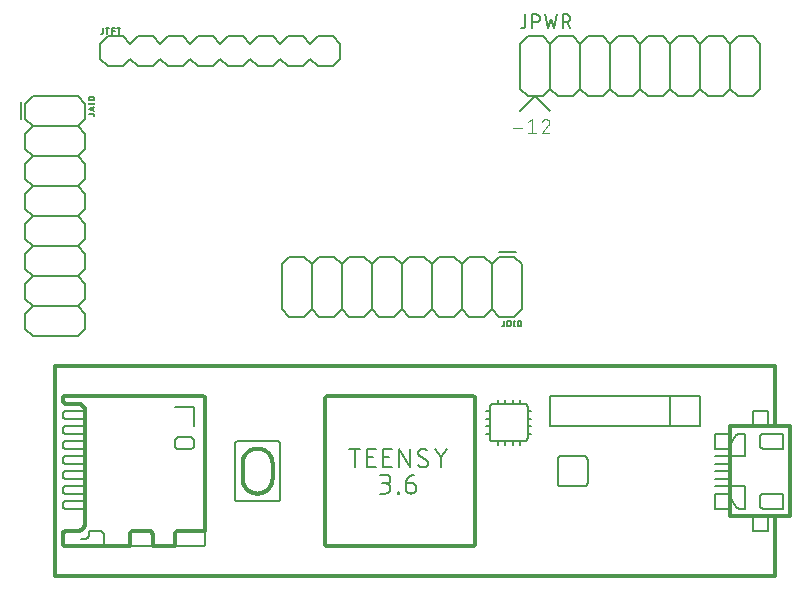
<source format=gbr>
G04 EAGLE Gerber X2 export*
%TF.Part,Single*%
%TF.FileFunction,Legend,Top,1*%
%TF.FilePolarity,Positive*%
%TF.GenerationSoftware,Autodesk,EAGLE,9.0.1*%
%TF.CreationDate,2018-06-21T21:19:49Z*%
G75*
%MOMM*%
%FSLAX34Y34*%
%LPD*%
%AMOC8*
5,1,8,0,0,1.08239X$1,22.5*%
G01*
%ADD10C,0.203200*%
%ADD11C,0.127000*%
%ADD12C,0.152400*%
%ADD13C,0.101600*%
%ADD14C,0.304800*%


D10*
X592176Y283058D02*
X585826Y276708D01*
X579476Y283058D01*
X566776Y283058D02*
X560426Y276708D01*
X554076Y283058D01*
X541376Y283058D02*
X535026Y276708D01*
X528676Y283058D01*
X515976Y283058D02*
X509626Y276708D01*
X503276Y283058D01*
X490576Y283058D02*
X484226Y276708D01*
X477876Y283058D01*
X465176Y283058D02*
X458826Y276708D01*
X592176Y232258D02*
X604876Y232258D01*
X592176Y232258D02*
X585826Y238608D01*
X579476Y232258D01*
X566776Y232258D01*
X560426Y238608D01*
X554076Y232258D01*
X541376Y232258D01*
X535026Y238608D01*
X528676Y232258D01*
X515976Y232258D01*
X509626Y238608D01*
X503276Y232258D01*
X490576Y232258D01*
X484226Y238608D01*
X477876Y232258D01*
X465176Y232258D01*
X458826Y238608D01*
X452476Y232258D01*
X439776Y232258D01*
X433426Y238608D01*
X427076Y232258D01*
X414376Y232258D01*
X408026Y238608D01*
X408026Y276708D02*
X414376Y283058D01*
X427076Y283058D02*
X433426Y276708D01*
X439776Y283058D01*
X452476Y283058D02*
X458826Y276708D01*
X585826Y276708D02*
X585826Y238608D01*
X560426Y238608D02*
X560426Y276708D01*
X535026Y276708D02*
X535026Y238608D01*
X509626Y238608D02*
X509626Y276708D01*
X484226Y276708D02*
X484226Y238608D01*
X458826Y238608D02*
X458826Y276708D01*
X433426Y276708D02*
X433426Y238608D01*
X408026Y238608D02*
X408026Y276708D01*
X414376Y283058D02*
X427076Y283058D01*
X439776Y283058D02*
X452476Y283058D01*
X465176Y283058D02*
X477876Y283058D01*
X490576Y283058D02*
X503276Y283058D01*
X515976Y283058D02*
X528676Y283058D01*
X541376Y283058D02*
X554076Y283058D01*
X566776Y283058D02*
X579476Y283058D01*
X592176Y283058D02*
X604876Y283058D01*
X611226Y276708D01*
X611226Y238608D01*
X604876Y232258D01*
X606146Y286868D02*
X592176Y286868D01*
D11*
X595818Y229083D02*
X595818Y225329D01*
X595817Y225329D02*
X595815Y225264D01*
X595809Y225200D01*
X595799Y225136D01*
X595786Y225072D01*
X595768Y225010D01*
X595747Y224949D01*
X595723Y224889D01*
X595694Y224831D01*
X595662Y224774D01*
X595627Y224720D01*
X595589Y224668D01*
X595547Y224618D01*
X595503Y224571D01*
X595456Y224527D01*
X595406Y224485D01*
X595354Y224447D01*
X595300Y224412D01*
X595243Y224380D01*
X595185Y224351D01*
X595125Y224327D01*
X595064Y224306D01*
X595002Y224288D01*
X594938Y224275D01*
X594874Y224265D01*
X594810Y224259D01*
X594745Y224257D01*
X594209Y224257D01*
X598948Y224257D02*
X598948Y229083D01*
X600289Y229083D01*
X600359Y229081D01*
X600429Y229076D01*
X600499Y229066D01*
X600568Y229054D01*
X600636Y229037D01*
X600703Y229017D01*
X600770Y228994D01*
X600834Y228967D01*
X600898Y228937D01*
X600960Y228903D01*
X601019Y228867D01*
X601077Y228827D01*
X601133Y228784D01*
X601186Y228739D01*
X601237Y228690D01*
X601286Y228639D01*
X601331Y228586D01*
X601374Y228530D01*
X601414Y228472D01*
X601450Y228413D01*
X601484Y228351D01*
X601514Y228287D01*
X601541Y228223D01*
X601564Y228156D01*
X601584Y228089D01*
X601601Y228021D01*
X601613Y227952D01*
X601623Y227882D01*
X601628Y227812D01*
X601630Y227742D01*
X601630Y225597D01*
X601628Y225527D01*
X601623Y225457D01*
X601613Y225387D01*
X601601Y225318D01*
X601584Y225250D01*
X601564Y225183D01*
X601541Y225116D01*
X601514Y225052D01*
X601484Y224988D01*
X601450Y224926D01*
X601414Y224867D01*
X601374Y224809D01*
X601331Y224753D01*
X601286Y224700D01*
X601237Y224649D01*
X601186Y224600D01*
X601133Y224555D01*
X601077Y224512D01*
X601019Y224472D01*
X600959Y224436D01*
X600898Y224402D01*
X600834Y224372D01*
X600770Y224345D01*
X600703Y224322D01*
X600636Y224302D01*
X600568Y224285D01*
X600499Y224273D01*
X600429Y224263D01*
X600359Y224258D01*
X600289Y224256D01*
X600289Y224257D02*
X598948Y224257D01*
X604861Y224257D02*
X604861Y229083D01*
X604325Y224257D02*
X605397Y224257D01*
X605397Y229083D02*
X604325Y229083D01*
X607910Y227742D02*
X607910Y225597D01*
X607909Y227742D02*
X607911Y227813D01*
X607917Y227885D01*
X607926Y227955D01*
X607939Y228025D01*
X607956Y228095D01*
X607977Y228163D01*
X608001Y228230D01*
X608029Y228296D01*
X608060Y228360D01*
X608095Y228423D01*
X608133Y228483D01*
X608174Y228542D01*
X608218Y228598D01*
X608265Y228652D01*
X608314Y228703D01*
X608367Y228751D01*
X608422Y228797D01*
X608479Y228839D01*
X608539Y228879D01*
X608600Y228915D01*
X608664Y228948D01*
X608729Y228977D01*
X608795Y229003D01*
X608863Y229026D01*
X608932Y229045D01*
X609002Y229060D01*
X609072Y229071D01*
X609143Y229079D01*
X609214Y229083D01*
X609286Y229083D01*
X609357Y229079D01*
X609428Y229071D01*
X609498Y229060D01*
X609568Y229045D01*
X609637Y229026D01*
X609705Y229003D01*
X609771Y228977D01*
X609836Y228948D01*
X609900Y228915D01*
X609961Y228879D01*
X610021Y228839D01*
X610078Y228797D01*
X610133Y228751D01*
X610186Y228703D01*
X610235Y228652D01*
X610282Y228598D01*
X610326Y228542D01*
X610367Y228483D01*
X610405Y228423D01*
X610440Y228360D01*
X610471Y228296D01*
X610499Y228230D01*
X610523Y228163D01*
X610544Y228095D01*
X610561Y228025D01*
X610574Y227955D01*
X610583Y227885D01*
X610589Y227813D01*
X610591Y227742D01*
X610591Y225597D01*
X610589Y225526D01*
X610583Y225454D01*
X610574Y225384D01*
X610561Y225314D01*
X610544Y225244D01*
X610523Y225176D01*
X610499Y225109D01*
X610471Y225043D01*
X610440Y224979D01*
X610405Y224916D01*
X610367Y224856D01*
X610326Y224797D01*
X610282Y224741D01*
X610235Y224687D01*
X610186Y224636D01*
X610133Y224588D01*
X610078Y224542D01*
X610021Y224500D01*
X609961Y224460D01*
X609900Y224424D01*
X609836Y224391D01*
X609771Y224362D01*
X609705Y224336D01*
X609637Y224313D01*
X609568Y224294D01*
X609498Y224279D01*
X609428Y224268D01*
X609357Y224260D01*
X609286Y224256D01*
X609214Y224256D01*
X609143Y224260D01*
X609072Y224268D01*
X609002Y224279D01*
X608932Y224294D01*
X608863Y224313D01*
X608795Y224336D01*
X608729Y224362D01*
X608664Y224391D01*
X608600Y224424D01*
X608539Y224460D01*
X608479Y224500D01*
X608422Y224542D01*
X608367Y224588D01*
X608314Y224636D01*
X608265Y224687D01*
X608218Y224741D01*
X608174Y224797D01*
X608133Y224856D01*
X608095Y224916D01*
X608060Y224979D01*
X608029Y225043D01*
X608001Y225109D01*
X607977Y225176D01*
X607956Y225244D01*
X607939Y225314D01*
X607926Y225384D01*
X607917Y225454D01*
X607911Y225526D01*
X607909Y225597D01*
D10*
X196850Y393700D02*
X190500Y400050D01*
X196850Y393700D02*
X190500Y387350D01*
X190500Y374650D02*
X196850Y368300D01*
X190500Y361950D01*
X190500Y349250D02*
X196850Y342900D01*
X190500Y336550D01*
X190500Y323850D02*
X196850Y317500D01*
X190500Y311150D01*
X190500Y298450D02*
X196850Y292100D01*
X190500Y285750D01*
X190500Y273050D02*
X196850Y266700D01*
X241300Y400050D02*
X241300Y412750D01*
X241300Y400050D02*
X234950Y393700D01*
X241300Y387350D01*
X241300Y374650D01*
X234950Y368300D01*
X241300Y361950D01*
X241300Y349250D01*
X234950Y342900D01*
X241300Y336550D01*
X241300Y323850D01*
X234950Y317500D01*
X241300Y311150D01*
X241300Y298450D01*
X234950Y292100D01*
X241300Y285750D01*
X241300Y273050D01*
X234950Y266700D01*
X241300Y260350D01*
X241300Y247650D01*
X234950Y241300D01*
X241300Y234950D01*
X241300Y222250D01*
X234950Y215900D01*
X196850Y215900D02*
X190500Y222250D01*
X190500Y234950D02*
X196850Y241300D01*
X190500Y247650D01*
X190500Y260350D02*
X196850Y266700D01*
X196850Y393700D02*
X234950Y393700D01*
X234950Y368300D02*
X196850Y368300D01*
X196850Y342900D02*
X234950Y342900D01*
X234950Y317500D02*
X196850Y317500D01*
X196850Y292100D02*
X234950Y292100D01*
X234950Y266700D02*
X196850Y266700D01*
X196850Y241300D02*
X234950Y241300D01*
X234950Y215900D02*
X196850Y215900D01*
X190500Y222250D02*
X190500Y234950D01*
X190500Y247650D02*
X190500Y260350D01*
X190500Y273050D02*
X190500Y285750D01*
X190500Y298450D02*
X190500Y311150D01*
X190500Y323850D02*
X190500Y336550D01*
X190500Y349250D02*
X190500Y361950D01*
X190500Y374650D02*
X190500Y387350D01*
X190500Y400050D02*
X190500Y412750D01*
X196850Y419100D01*
X234950Y419100D01*
X241300Y412750D01*
X186690Y414020D02*
X186690Y400050D01*
D11*
X244475Y404058D02*
X248229Y404058D01*
X248229Y404057D02*
X248294Y404055D01*
X248358Y404049D01*
X248422Y404039D01*
X248486Y404026D01*
X248548Y404008D01*
X248609Y403987D01*
X248669Y403963D01*
X248727Y403934D01*
X248784Y403902D01*
X248838Y403867D01*
X248890Y403829D01*
X248940Y403787D01*
X248987Y403743D01*
X249031Y403696D01*
X249073Y403646D01*
X249111Y403594D01*
X249146Y403540D01*
X249178Y403483D01*
X249207Y403425D01*
X249231Y403365D01*
X249252Y403304D01*
X249270Y403242D01*
X249283Y403178D01*
X249293Y403114D01*
X249299Y403050D01*
X249301Y402985D01*
X249301Y402449D01*
X249301Y406738D02*
X244475Y408346D01*
X249301Y409955D01*
X248095Y409553D02*
X248095Y407140D01*
X249301Y412735D02*
X244475Y412735D01*
X249301Y412199D02*
X249301Y413272D01*
X244475Y413272D02*
X244475Y412199D01*
X245816Y415784D02*
X247960Y415784D01*
X245816Y415783D02*
X245745Y415785D01*
X245673Y415791D01*
X245603Y415800D01*
X245533Y415813D01*
X245463Y415830D01*
X245395Y415851D01*
X245328Y415875D01*
X245262Y415903D01*
X245198Y415934D01*
X245135Y415969D01*
X245075Y416007D01*
X245016Y416048D01*
X244960Y416092D01*
X244906Y416139D01*
X244855Y416188D01*
X244807Y416241D01*
X244761Y416296D01*
X244719Y416353D01*
X244679Y416413D01*
X244643Y416474D01*
X244610Y416538D01*
X244581Y416603D01*
X244555Y416669D01*
X244532Y416737D01*
X244513Y416806D01*
X244498Y416876D01*
X244487Y416946D01*
X244479Y417017D01*
X244475Y417088D01*
X244475Y417160D01*
X244479Y417231D01*
X244487Y417302D01*
X244498Y417372D01*
X244513Y417442D01*
X244532Y417511D01*
X244555Y417579D01*
X244581Y417645D01*
X244610Y417710D01*
X244643Y417774D01*
X244679Y417835D01*
X244719Y417895D01*
X244761Y417952D01*
X244807Y418007D01*
X244855Y418060D01*
X244906Y418109D01*
X244960Y418156D01*
X245016Y418200D01*
X245075Y418241D01*
X245135Y418279D01*
X245198Y418314D01*
X245262Y418345D01*
X245328Y418373D01*
X245395Y418397D01*
X245463Y418418D01*
X245533Y418435D01*
X245603Y418448D01*
X245673Y418457D01*
X245745Y418463D01*
X245816Y418465D01*
X247960Y418465D01*
X248031Y418463D01*
X248103Y418457D01*
X248173Y418448D01*
X248243Y418435D01*
X248313Y418418D01*
X248381Y418397D01*
X248448Y418373D01*
X248514Y418345D01*
X248578Y418314D01*
X248641Y418279D01*
X248701Y418241D01*
X248760Y418200D01*
X248816Y418156D01*
X248870Y418109D01*
X248921Y418060D01*
X248969Y418007D01*
X249015Y417952D01*
X249057Y417895D01*
X249097Y417835D01*
X249133Y417774D01*
X249166Y417710D01*
X249195Y417645D01*
X249221Y417579D01*
X249244Y417511D01*
X249263Y417442D01*
X249278Y417372D01*
X249289Y417302D01*
X249297Y417231D01*
X249301Y417160D01*
X249301Y417088D01*
X249297Y417017D01*
X249289Y416946D01*
X249278Y416876D01*
X249263Y416806D01*
X249244Y416737D01*
X249221Y416669D01*
X249195Y416603D01*
X249166Y416538D01*
X249133Y416474D01*
X249097Y416413D01*
X249057Y416353D01*
X249015Y416296D01*
X248969Y416241D01*
X248921Y416188D01*
X248870Y416139D01*
X248816Y416092D01*
X248760Y416048D01*
X248701Y416007D01*
X248641Y415969D01*
X248578Y415934D01*
X248514Y415903D01*
X248448Y415875D01*
X248381Y415851D01*
X248313Y415830D01*
X248243Y415813D01*
X248173Y415800D01*
X248103Y415791D01*
X248031Y415785D01*
X247960Y415783D01*
D10*
X412750Y469900D02*
X425450Y469900D01*
X431800Y463550D01*
X431800Y450850D02*
X425450Y444500D01*
X387350Y469900D02*
X381000Y463550D01*
X387350Y469900D02*
X400050Y469900D01*
X406400Y463550D01*
X406400Y450850D02*
X400050Y444500D01*
X387350Y444500D01*
X381000Y450850D01*
X406400Y463550D02*
X412750Y469900D01*
X406400Y450850D02*
X412750Y444500D01*
X425450Y444500D01*
X349250Y469900D02*
X336550Y469900D01*
X349250Y469900D02*
X355600Y463550D01*
X355600Y450850D02*
X349250Y444500D01*
X355600Y463550D02*
X361950Y469900D01*
X374650Y469900D01*
X381000Y463550D01*
X381000Y450850D02*
X374650Y444500D01*
X361950Y444500D01*
X355600Y450850D01*
X311150Y469900D02*
X304800Y463550D01*
X311150Y469900D02*
X323850Y469900D01*
X330200Y463550D01*
X330200Y450850D02*
X323850Y444500D01*
X311150Y444500D01*
X304800Y450850D01*
X330200Y463550D02*
X336550Y469900D01*
X330200Y450850D02*
X336550Y444500D01*
X349250Y444500D01*
X273050Y469900D02*
X260350Y469900D01*
X273050Y469900D02*
X279400Y463550D01*
X279400Y450850D02*
X273050Y444500D01*
X279400Y463550D02*
X285750Y469900D01*
X298450Y469900D01*
X304800Y463550D01*
X304800Y450850D02*
X298450Y444500D01*
X285750Y444500D01*
X279400Y450850D01*
X254000Y450850D02*
X254000Y463550D01*
X260350Y469900D01*
X254000Y450850D02*
X260350Y444500D01*
X273050Y444500D01*
X438150Y469900D02*
X450850Y469900D01*
X457200Y463550D01*
X457200Y450850D01*
X450850Y444500D01*
X431800Y463550D02*
X438150Y469900D01*
X431800Y450850D02*
X438150Y444500D01*
X450850Y444500D01*
D11*
X256244Y472877D02*
X256244Y476631D01*
X256243Y472877D02*
X256241Y472812D01*
X256235Y472748D01*
X256225Y472684D01*
X256212Y472620D01*
X256194Y472558D01*
X256173Y472497D01*
X256149Y472437D01*
X256120Y472379D01*
X256088Y472322D01*
X256053Y472268D01*
X256015Y472216D01*
X255973Y472166D01*
X255929Y472119D01*
X255882Y472075D01*
X255832Y472033D01*
X255780Y471995D01*
X255726Y471960D01*
X255669Y471928D01*
X255611Y471899D01*
X255551Y471875D01*
X255490Y471854D01*
X255428Y471836D01*
X255364Y471823D01*
X255300Y471813D01*
X255236Y471807D01*
X255171Y471805D01*
X254635Y471805D01*
X260166Y471805D02*
X260166Y476631D01*
X258826Y476631D02*
X261507Y476631D01*
X264149Y476631D02*
X264149Y471805D01*
X264149Y476631D02*
X266294Y476631D01*
X266294Y474486D02*
X264149Y474486D01*
X269676Y476631D02*
X269676Y471805D01*
X268336Y476631D02*
X271017Y476631D01*
D12*
X609600Y425450D02*
X615950Y419100D01*
X628650Y419100D02*
X635000Y425450D01*
X641350Y419100D01*
X654050Y419100D02*
X660400Y425450D01*
X666750Y419100D01*
X679450Y419100D02*
X685800Y425450D01*
X692150Y419100D01*
X704850Y419100D02*
X711200Y425450D01*
X717550Y419100D01*
X730250Y419100D02*
X736600Y425450D01*
X742950Y419100D01*
X755650Y419100D02*
X762000Y425450D01*
X609600Y425450D02*
X609600Y463550D01*
X615950Y469900D01*
X628650Y469900D01*
X635000Y463550D01*
X641350Y469900D01*
X654050Y469900D01*
X660400Y463550D01*
X666750Y469900D01*
X679450Y469900D01*
X685800Y463550D01*
X692150Y469900D01*
X704850Y469900D01*
X711200Y463550D01*
X717550Y469900D01*
X730250Y469900D01*
X736600Y463550D01*
X742950Y469900D01*
X755650Y469900D01*
X762000Y463550D01*
X768350Y469900D01*
X781050Y469900D01*
X787400Y463550D01*
X793750Y469900D01*
X806450Y469900D01*
X812800Y463550D01*
X812800Y425450D02*
X806450Y419100D01*
X793750Y419100D02*
X787400Y425450D01*
X781050Y419100D01*
X768350Y419100D02*
X762000Y425450D01*
X635000Y425450D02*
X635000Y463550D01*
X660400Y463550D02*
X660400Y425450D01*
X685800Y425450D02*
X685800Y463550D01*
X711200Y463550D02*
X711200Y425450D01*
X736600Y425450D02*
X736600Y463550D01*
X762000Y463550D02*
X762000Y425450D01*
X787400Y425450D02*
X787400Y463550D01*
X812800Y463550D02*
X812800Y425450D01*
X806450Y419100D02*
X793750Y419100D01*
X781050Y419100D02*
X768350Y419100D01*
X755650Y419100D02*
X742950Y419100D01*
X730250Y419100D02*
X717550Y419100D01*
X704850Y419100D02*
X692150Y419100D01*
X679450Y419100D02*
X666750Y419100D01*
X654050Y419100D02*
X641350Y419100D01*
X622300Y419100D02*
X615950Y419100D01*
D11*
X614045Y479425D02*
X614045Y488315D01*
X614045Y479425D02*
X614043Y479325D01*
X614037Y479226D01*
X614027Y479126D01*
X614014Y479028D01*
X613996Y478929D01*
X613975Y478832D01*
X613950Y478736D01*
X613921Y478640D01*
X613888Y478546D01*
X613852Y478453D01*
X613812Y478362D01*
X613768Y478272D01*
X613721Y478184D01*
X613671Y478098D01*
X613617Y478014D01*
X613560Y477932D01*
X613500Y477853D01*
X613436Y477775D01*
X613370Y477701D01*
X613301Y477629D01*
X613229Y477560D01*
X613155Y477494D01*
X613077Y477430D01*
X612998Y477370D01*
X612916Y477313D01*
X612832Y477259D01*
X612746Y477209D01*
X612658Y477162D01*
X612568Y477118D01*
X612477Y477078D01*
X612384Y477042D01*
X612290Y477009D01*
X612194Y476980D01*
X612098Y476955D01*
X612001Y476934D01*
X611902Y476916D01*
X611804Y476903D01*
X611704Y476893D01*
X611605Y476887D01*
X611505Y476885D01*
X610235Y476885D01*
X620025Y476885D02*
X620025Y488315D01*
X623200Y488315D01*
X623311Y488313D01*
X623421Y488307D01*
X623532Y488298D01*
X623642Y488284D01*
X623751Y488267D01*
X623860Y488246D01*
X623968Y488221D01*
X624075Y488192D01*
X624181Y488160D01*
X624286Y488124D01*
X624389Y488084D01*
X624491Y488041D01*
X624592Y487994D01*
X624691Y487943D01*
X624788Y487890D01*
X624882Y487833D01*
X624975Y487772D01*
X625066Y487709D01*
X625155Y487642D01*
X625241Y487572D01*
X625324Y487499D01*
X625406Y487424D01*
X625484Y487346D01*
X625559Y487264D01*
X625632Y487181D01*
X625702Y487095D01*
X625769Y487006D01*
X625832Y486915D01*
X625893Y486822D01*
X625950Y486727D01*
X626003Y486631D01*
X626054Y486532D01*
X626101Y486431D01*
X626144Y486329D01*
X626184Y486226D01*
X626220Y486121D01*
X626252Y486015D01*
X626281Y485908D01*
X626306Y485800D01*
X626327Y485691D01*
X626344Y485582D01*
X626358Y485472D01*
X626367Y485361D01*
X626373Y485251D01*
X626375Y485140D01*
X626373Y485029D01*
X626367Y484919D01*
X626358Y484808D01*
X626344Y484698D01*
X626327Y484589D01*
X626306Y484480D01*
X626281Y484372D01*
X626252Y484265D01*
X626220Y484159D01*
X626184Y484054D01*
X626144Y483951D01*
X626101Y483849D01*
X626054Y483748D01*
X626003Y483649D01*
X625950Y483552D01*
X625893Y483458D01*
X625832Y483365D01*
X625769Y483274D01*
X625702Y483185D01*
X625632Y483099D01*
X625559Y483016D01*
X625484Y482934D01*
X625406Y482856D01*
X625324Y482781D01*
X625241Y482708D01*
X625155Y482638D01*
X625066Y482571D01*
X624975Y482508D01*
X624882Y482447D01*
X624788Y482390D01*
X624691Y482337D01*
X624592Y482286D01*
X624491Y482239D01*
X624389Y482196D01*
X624286Y482156D01*
X624181Y482120D01*
X624075Y482088D01*
X623968Y482059D01*
X623860Y482034D01*
X623751Y482013D01*
X623642Y481996D01*
X623532Y481982D01*
X623421Y481973D01*
X623311Y481967D01*
X623200Y481965D01*
X620025Y481965D01*
X630503Y488315D02*
X633043Y476885D01*
X635583Y484505D01*
X638123Y476885D01*
X640663Y488315D01*
X645826Y488315D02*
X645826Y476885D01*
X645826Y488315D02*
X649001Y488315D01*
X649112Y488313D01*
X649222Y488307D01*
X649333Y488298D01*
X649443Y488284D01*
X649552Y488267D01*
X649661Y488246D01*
X649769Y488221D01*
X649876Y488192D01*
X649982Y488160D01*
X650087Y488124D01*
X650190Y488084D01*
X650292Y488041D01*
X650393Y487994D01*
X650492Y487943D01*
X650589Y487890D01*
X650683Y487833D01*
X650776Y487772D01*
X650867Y487709D01*
X650956Y487642D01*
X651042Y487572D01*
X651125Y487499D01*
X651207Y487424D01*
X651285Y487346D01*
X651360Y487264D01*
X651433Y487181D01*
X651503Y487095D01*
X651570Y487006D01*
X651633Y486915D01*
X651694Y486822D01*
X651751Y486727D01*
X651804Y486631D01*
X651855Y486532D01*
X651902Y486431D01*
X651945Y486329D01*
X651985Y486226D01*
X652021Y486121D01*
X652053Y486015D01*
X652082Y485908D01*
X652107Y485800D01*
X652128Y485691D01*
X652145Y485582D01*
X652159Y485472D01*
X652168Y485361D01*
X652174Y485251D01*
X652176Y485140D01*
X652174Y485029D01*
X652168Y484919D01*
X652159Y484808D01*
X652145Y484698D01*
X652128Y484589D01*
X652107Y484480D01*
X652082Y484372D01*
X652053Y484265D01*
X652021Y484159D01*
X651985Y484054D01*
X651945Y483951D01*
X651902Y483849D01*
X651855Y483748D01*
X651804Y483649D01*
X651751Y483552D01*
X651694Y483458D01*
X651633Y483365D01*
X651570Y483274D01*
X651503Y483185D01*
X651433Y483099D01*
X651360Y483016D01*
X651285Y482934D01*
X651207Y482856D01*
X651125Y482781D01*
X651042Y482708D01*
X650956Y482638D01*
X650867Y482571D01*
X650776Y482508D01*
X650683Y482447D01*
X650589Y482390D01*
X650492Y482337D01*
X650393Y482286D01*
X650292Y482239D01*
X650190Y482196D01*
X650087Y482156D01*
X649982Y482120D01*
X649876Y482088D01*
X649769Y482059D01*
X649661Y482034D01*
X649552Y482013D01*
X649443Y481996D01*
X649333Y481982D01*
X649222Y481973D01*
X649112Y481967D01*
X649001Y481965D01*
X645826Y481965D01*
X649636Y481965D02*
X652176Y476885D01*
D12*
X628650Y419100D02*
X622300Y419100D01*
D11*
X609600Y406400D01*
X622300Y419100D02*
X635000Y406400D01*
D13*
X611547Y392402D02*
X603758Y392402D01*
X616599Y396946D02*
X619845Y399542D01*
X619845Y387858D01*
X623090Y387858D02*
X616599Y387858D01*
X631599Y399542D02*
X631706Y399540D01*
X631812Y399534D01*
X631918Y399524D01*
X632024Y399511D01*
X632130Y399493D01*
X632234Y399472D01*
X632338Y399447D01*
X632441Y399418D01*
X632542Y399386D01*
X632642Y399349D01*
X632741Y399309D01*
X632839Y399266D01*
X632935Y399219D01*
X633029Y399168D01*
X633121Y399114D01*
X633211Y399057D01*
X633299Y398997D01*
X633384Y398933D01*
X633467Y398866D01*
X633548Y398796D01*
X633626Y398724D01*
X633702Y398648D01*
X633774Y398570D01*
X633844Y398489D01*
X633911Y398406D01*
X633975Y398321D01*
X634035Y398233D01*
X634092Y398143D01*
X634146Y398051D01*
X634197Y397957D01*
X634244Y397861D01*
X634287Y397763D01*
X634327Y397664D01*
X634364Y397564D01*
X634396Y397463D01*
X634425Y397360D01*
X634450Y397256D01*
X634471Y397152D01*
X634489Y397046D01*
X634502Y396940D01*
X634512Y396834D01*
X634518Y396728D01*
X634520Y396621D01*
X631599Y399542D02*
X631478Y399540D01*
X631357Y399534D01*
X631237Y399524D01*
X631116Y399511D01*
X630997Y399493D01*
X630877Y399472D01*
X630759Y399447D01*
X630642Y399418D01*
X630525Y399385D01*
X630410Y399349D01*
X630296Y399308D01*
X630183Y399265D01*
X630071Y399217D01*
X629962Y399166D01*
X629854Y399111D01*
X629747Y399053D01*
X629643Y398992D01*
X629541Y398927D01*
X629441Y398859D01*
X629343Y398788D01*
X629247Y398714D01*
X629154Y398637D01*
X629064Y398556D01*
X628976Y398473D01*
X628891Y398387D01*
X628808Y398298D01*
X628729Y398207D01*
X628652Y398113D01*
X628579Y398017D01*
X628509Y397919D01*
X628442Y397818D01*
X628378Y397715D01*
X628318Y397610D01*
X628261Y397503D01*
X628207Y397395D01*
X628157Y397285D01*
X628111Y397173D01*
X628068Y397060D01*
X628029Y396945D01*
X633547Y394349D02*
X633626Y394426D01*
X633702Y394507D01*
X633775Y394590D01*
X633845Y394675D01*
X633912Y394763D01*
X633976Y394853D01*
X634036Y394945D01*
X634093Y395040D01*
X634147Y395136D01*
X634198Y395234D01*
X634245Y395334D01*
X634289Y395436D01*
X634329Y395539D01*
X634365Y395643D01*
X634397Y395749D01*
X634426Y395855D01*
X634451Y395963D01*
X634473Y396071D01*
X634490Y396181D01*
X634504Y396290D01*
X634513Y396400D01*
X634519Y396511D01*
X634521Y396621D01*
X633547Y394349D02*
X628029Y387858D01*
X634520Y387858D01*
D14*
X825500Y12700D02*
X215900Y12700D01*
X215900Y190500D02*
X825500Y190500D01*
X568960Y165100D02*
X447040Y165100D01*
X568960Y165100D02*
X569060Y165098D01*
X569159Y165092D01*
X569259Y165082D01*
X569357Y165069D01*
X569456Y165051D01*
X569553Y165030D01*
X569649Y165005D01*
X569745Y164976D01*
X569839Y164943D01*
X569932Y164907D01*
X570023Y164867D01*
X570113Y164823D01*
X570201Y164776D01*
X570287Y164726D01*
X570371Y164672D01*
X570453Y164615D01*
X570532Y164555D01*
X570610Y164491D01*
X570684Y164425D01*
X570756Y164356D01*
X570825Y164284D01*
X570891Y164210D01*
X570955Y164132D01*
X571015Y164053D01*
X571072Y163971D01*
X571126Y163887D01*
X571176Y163801D01*
X571223Y163713D01*
X571267Y163623D01*
X571307Y163532D01*
X571343Y163439D01*
X571376Y163345D01*
X571405Y163249D01*
X571430Y163153D01*
X571451Y163056D01*
X571469Y162957D01*
X571482Y162859D01*
X571492Y162759D01*
X571498Y162660D01*
X571500Y162560D01*
X571500Y40640D01*
X571498Y40540D01*
X571492Y40441D01*
X571482Y40341D01*
X571469Y40243D01*
X571451Y40144D01*
X571430Y40047D01*
X571405Y39951D01*
X571376Y39855D01*
X571343Y39761D01*
X571307Y39668D01*
X571267Y39577D01*
X571223Y39487D01*
X571176Y39399D01*
X571126Y39313D01*
X571072Y39229D01*
X571015Y39147D01*
X570955Y39068D01*
X570891Y38990D01*
X570825Y38916D01*
X570756Y38844D01*
X570684Y38775D01*
X570610Y38709D01*
X570532Y38645D01*
X570453Y38585D01*
X570371Y38528D01*
X570287Y38474D01*
X570201Y38424D01*
X570113Y38377D01*
X570023Y38333D01*
X569932Y38293D01*
X569839Y38257D01*
X569745Y38224D01*
X569649Y38195D01*
X569553Y38170D01*
X569456Y38149D01*
X569357Y38131D01*
X569259Y38118D01*
X569159Y38108D01*
X569060Y38102D01*
X568960Y38100D01*
X447040Y38100D01*
X446940Y38102D01*
X446841Y38108D01*
X446741Y38118D01*
X446643Y38131D01*
X446544Y38149D01*
X446447Y38170D01*
X446351Y38195D01*
X446255Y38224D01*
X446161Y38257D01*
X446068Y38293D01*
X445977Y38333D01*
X445887Y38377D01*
X445799Y38424D01*
X445713Y38474D01*
X445629Y38528D01*
X445547Y38585D01*
X445468Y38645D01*
X445390Y38709D01*
X445316Y38775D01*
X445244Y38844D01*
X445175Y38916D01*
X445109Y38990D01*
X445045Y39068D01*
X444985Y39147D01*
X444928Y39229D01*
X444874Y39313D01*
X444824Y39399D01*
X444777Y39487D01*
X444733Y39577D01*
X444693Y39668D01*
X444657Y39761D01*
X444624Y39855D01*
X444595Y39951D01*
X444570Y40047D01*
X444549Y40144D01*
X444531Y40243D01*
X444518Y40341D01*
X444508Y40441D01*
X444502Y40540D01*
X444500Y40640D01*
X444500Y162560D01*
X444502Y162660D01*
X444508Y162759D01*
X444518Y162859D01*
X444531Y162957D01*
X444549Y163056D01*
X444570Y163153D01*
X444595Y163249D01*
X444624Y163345D01*
X444657Y163439D01*
X444693Y163532D01*
X444733Y163623D01*
X444777Y163713D01*
X444824Y163801D01*
X444874Y163887D01*
X444928Y163971D01*
X444985Y164053D01*
X445045Y164132D01*
X445109Y164210D01*
X445175Y164284D01*
X445244Y164356D01*
X445316Y164425D01*
X445390Y164491D01*
X445468Y164555D01*
X445547Y164615D01*
X445629Y164672D01*
X445713Y164726D01*
X445799Y164776D01*
X445887Y164823D01*
X445977Y164867D01*
X446068Y164907D01*
X446161Y164943D01*
X446255Y164976D01*
X446351Y165005D01*
X446447Y165030D01*
X446544Y165051D01*
X446643Y165069D01*
X446741Y165082D01*
X446841Y165092D01*
X446940Y165098D01*
X447040Y165100D01*
X215900Y190500D02*
X215900Y12700D01*
X787400Y63500D02*
X806450Y63500D01*
X819150Y63500D01*
X825500Y63500D01*
X838200Y63500D01*
X838200Y139700D01*
X825500Y139700D01*
X819150Y139700D01*
X806450Y139700D01*
X787400Y139700D01*
X787400Y133350D01*
X787400Y123825D01*
X787400Y120650D01*
X787400Y114300D01*
X787400Y107950D01*
X787400Y101600D01*
X787400Y95250D01*
X787400Y88900D01*
X787400Y82550D01*
X787400Y79375D01*
X787400Y69850D01*
X787400Y63500D01*
X825500Y63500D02*
X825500Y12700D01*
X825500Y139700D02*
X825500Y190500D01*
D11*
X342900Y50800D02*
X342900Y40640D01*
X342898Y40540D01*
X342892Y40441D01*
X342882Y40341D01*
X342869Y40243D01*
X342851Y40144D01*
X342830Y40047D01*
X342805Y39951D01*
X342776Y39855D01*
X342743Y39761D01*
X342707Y39668D01*
X342667Y39577D01*
X342623Y39487D01*
X342576Y39399D01*
X342526Y39313D01*
X342472Y39229D01*
X342415Y39147D01*
X342355Y39068D01*
X342291Y38990D01*
X342225Y38916D01*
X342156Y38844D01*
X342084Y38775D01*
X342010Y38709D01*
X341932Y38645D01*
X341853Y38585D01*
X341771Y38528D01*
X341687Y38474D01*
X341601Y38424D01*
X341513Y38377D01*
X341423Y38333D01*
X341332Y38293D01*
X341239Y38257D01*
X341145Y38224D01*
X341049Y38195D01*
X340953Y38170D01*
X340856Y38149D01*
X340757Y38131D01*
X340659Y38118D01*
X340559Y38108D01*
X340460Y38102D01*
X340360Y38100D01*
X317500Y38100D01*
D14*
X298450Y38100D01*
D11*
X279400Y38100D01*
D14*
X257175Y38100D01*
X224790Y38100D01*
X224690Y38102D01*
X224591Y38108D01*
X224491Y38118D01*
X224393Y38131D01*
X224294Y38149D01*
X224197Y38170D01*
X224101Y38195D01*
X224005Y38224D01*
X223911Y38257D01*
X223818Y38293D01*
X223727Y38333D01*
X223637Y38377D01*
X223549Y38424D01*
X223463Y38474D01*
X223379Y38528D01*
X223297Y38585D01*
X223218Y38645D01*
X223140Y38709D01*
X223066Y38775D01*
X222994Y38844D01*
X222925Y38916D01*
X222859Y38990D01*
X222795Y39068D01*
X222735Y39147D01*
X222678Y39229D01*
X222624Y39313D01*
X222574Y39399D01*
X222527Y39487D01*
X222483Y39577D01*
X222443Y39668D01*
X222407Y39761D01*
X222374Y39855D01*
X222345Y39951D01*
X222320Y40047D01*
X222299Y40144D01*
X222281Y40243D01*
X222268Y40341D01*
X222258Y40441D01*
X222252Y40540D01*
X222250Y40640D01*
X222250Y47625D01*
X222252Y47736D01*
X222258Y47846D01*
X222267Y47957D01*
X222281Y48067D01*
X222298Y48176D01*
X222319Y48285D01*
X222344Y48393D01*
X222373Y48500D01*
X222405Y48606D01*
X222441Y48711D01*
X222481Y48814D01*
X222524Y48916D01*
X222571Y49017D01*
X222622Y49116D01*
X222675Y49212D01*
X222732Y49307D01*
X222793Y49400D01*
X222856Y49491D01*
X222923Y49580D01*
X222993Y49666D01*
X223066Y49749D01*
X223141Y49831D01*
X223219Y49909D01*
X223301Y49984D01*
X223384Y50057D01*
X223470Y50127D01*
X223559Y50194D01*
X223650Y50257D01*
X223743Y50318D01*
X223838Y50375D01*
X223934Y50428D01*
X224033Y50479D01*
X224134Y50526D01*
X224236Y50569D01*
X224339Y50609D01*
X224444Y50645D01*
X224550Y50677D01*
X224657Y50706D01*
X224765Y50731D01*
X224874Y50752D01*
X224983Y50769D01*
X225093Y50783D01*
X225204Y50792D01*
X225314Y50798D01*
X225425Y50800D01*
X234950Y50800D01*
X235108Y50802D01*
X235267Y50808D01*
X235425Y50818D01*
X235582Y50832D01*
X235740Y50849D01*
X235896Y50871D01*
X236053Y50896D01*
X236208Y50926D01*
X236363Y50959D01*
X236517Y50996D01*
X236670Y51037D01*
X236822Y51082D01*
X236972Y51131D01*
X237122Y51183D01*
X237270Y51239D01*
X237417Y51299D01*
X237562Y51362D01*
X237705Y51429D01*
X237847Y51499D01*
X237987Y51573D01*
X238125Y51651D01*
X238261Y51732D01*
X238395Y51816D01*
X238527Y51903D01*
X238657Y51994D01*
X238784Y52088D01*
X238909Y52185D01*
X239032Y52286D01*
X239152Y52389D01*
X239269Y52495D01*
X239384Y52604D01*
X239496Y52716D01*
X239605Y52831D01*
X239711Y52948D01*
X239814Y53068D01*
X239915Y53191D01*
X240012Y53316D01*
X240106Y53443D01*
X240197Y53573D01*
X240284Y53705D01*
X240368Y53839D01*
X240449Y53975D01*
X240527Y54113D01*
X240601Y54253D01*
X240671Y54395D01*
X240738Y54538D01*
X240801Y54683D01*
X240861Y54830D01*
X240917Y54978D01*
X240969Y55128D01*
X241018Y55278D01*
X241063Y55430D01*
X241104Y55583D01*
X241141Y55737D01*
X241174Y55892D01*
X241204Y56047D01*
X241229Y56204D01*
X241251Y56360D01*
X241268Y56518D01*
X241282Y56675D01*
X241292Y56833D01*
X241298Y56992D01*
X241300Y57150D01*
X241300Y69850D01*
X241300Y76200D01*
X241300Y82550D01*
X241300Y88900D01*
X241300Y95250D01*
X241300Y101600D01*
X241300Y107950D01*
X241300Y114300D01*
X241300Y120650D01*
X241300Y127000D01*
X241300Y133350D01*
X241300Y139700D01*
X241300Y146050D01*
X241300Y152400D01*
X241298Y152558D01*
X241292Y152717D01*
X241282Y152875D01*
X241268Y153032D01*
X241251Y153190D01*
X241229Y153346D01*
X241204Y153503D01*
X241174Y153658D01*
X241141Y153813D01*
X241104Y153967D01*
X241063Y154120D01*
X241018Y154272D01*
X240969Y154422D01*
X240917Y154572D01*
X240861Y154720D01*
X240801Y154867D01*
X240738Y155012D01*
X240671Y155155D01*
X240601Y155297D01*
X240527Y155437D01*
X240449Y155575D01*
X240368Y155711D01*
X240284Y155845D01*
X240197Y155977D01*
X240106Y156107D01*
X240012Y156234D01*
X239915Y156359D01*
X239814Y156482D01*
X239711Y156602D01*
X239605Y156719D01*
X239496Y156834D01*
X239384Y156946D01*
X239269Y157055D01*
X239152Y157161D01*
X239032Y157264D01*
X238909Y157365D01*
X238784Y157462D01*
X238657Y157556D01*
X238527Y157647D01*
X238395Y157734D01*
X238261Y157818D01*
X238125Y157899D01*
X237987Y157977D01*
X237847Y158051D01*
X237705Y158121D01*
X237562Y158188D01*
X237417Y158251D01*
X237270Y158311D01*
X237122Y158367D01*
X236972Y158419D01*
X236822Y158468D01*
X236670Y158513D01*
X236517Y158554D01*
X236363Y158591D01*
X236208Y158624D01*
X236053Y158654D01*
X235896Y158679D01*
X235740Y158701D01*
X235582Y158718D01*
X235425Y158732D01*
X235267Y158742D01*
X235108Y158748D01*
X234950Y158750D01*
X225425Y158750D01*
X225314Y158752D01*
X225204Y158758D01*
X225093Y158767D01*
X224983Y158781D01*
X224874Y158798D01*
X224765Y158819D01*
X224657Y158844D01*
X224550Y158873D01*
X224444Y158905D01*
X224339Y158941D01*
X224236Y158981D01*
X224134Y159024D01*
X224033Y159071D01*
X223934Y159122D01*
X223838Y159175D01*
X223743Y159232D01*
X223650Y159293D01*
X223559Y159356D01*
X223470Y159423D01*
X223384Y159493D01*
X223301Y159566D01*
X223219Y159641D01*
X223141Y159719D01*
X223066Y159801D01*
X222993Y159884D01*
X222923Y159970D01*
X222856Y160059D01*
X222793Y160150D01*
X222732Y160243D01*
X222675Y160338D01*
X222622Y160434D01*
X222571Y160533D01*
X222524Y160634D01*
X222481Y160736D01*
X222441Y160839D01*
X222405Y160944D01*
X222373Y161050D01*
X222344Y161157D01*
X222319Y161265D01*
X222298Y161374D01*
X222281Y161483D01*
X222267Y161593D01*
X222258Y161704D01*
X222252Y161814D01*
X222250Y161925D01*
X222250Y162560D01*
X222252Y162660D01*
X222258Y162759D01*
X222268Y162859D01*
X222281Y162957D01*
X222299Y163056D01*
X222320Y163153D01*
X222345Y163249D01*
X222374Y163345D01*
X222407Y163439D01*
X222443Y163532D01*
X222483Y163623D01*
X222527Y163713D01*
X222574Y163801D01*
X222624Y163887D01*
X222678Y163971D01*
X222735Y164053D01*
X222795Y164132D01*
X222859Y164210D01*
X222925Y164284D01*
X222994Y164356D01*
X223066Y164425D01*
X223140Y164491D01*
X223218Y164555D01*
X223297Y164615D01*
X223379Y164672D01*
X223463Y164726D01*
X223549Y164776D01*
X223637Y164823D01*
X223727Y164867D01*
X223818Y164907D01*
X223911Y164943D01*
X224005Y164976D01*
X224101Y165005D01*
X224197Y165030D01*
X224294Y165051D01*
X224393Y165069D01*
X224491Y165082D01*
X224591Y165092D01*
X224690Y165098D01*
X224790Y165100D01*
X340360Y165100D01*
X340460Y165098D01*
X340559Y165092D01*
X340659Y165082D01*
X340757Y165069D01*
X340856Y165051D01*
X340953Y165030D01*
X341049Y165005D01*
X341145Y164976D01*
X341239Y164943D01*
X341332Y164907D01*
X341423Y164867D01*
X341513Y164823D01*
X341601Y164776D01*
X341687Y164726D01*
X341771Y164672D01*
X341853Y164615D01*
X341932Y164555D01*
X342010Y164491D01*
X342084Y164425D01*
X342156Y164356D01*
X342225Y164284D01*
X342291Y164210D01*
X342355Y164132D01*
X342415Y164053D01*
X342472Y163971D01*
X342526Y163887D01*
X342576Y163801D01*
X342623Y163713D01*
X342667Y163623D01*
X342707Y163532D01*
X342743Y163439D01*
X342776Y163345D01*
X342805Y163249D01*
X342830Y163153D01*
X342851Y163056D01*
X342869Y162957D01*
X342882Y162859D01*
X342892Y162759D01*
X342898Y162660D01*
X342900Y162560D01*
X342900Y50800D01*
D11*
X241300Y69850D02*
X224790Y69850D01*
X224690Y69852D01*
X224591Y69858D01*
X224491Y69868D01*
X224393Y69881D01*
X224294Y69899D01*
X224197Y69920D01*
X224101Y69945D01*
X224005Y69974D01*
X223911Y70007D01*
X223818Y70043D01*
X223727Y70083D01*
X223637Y70127D01*
X223549Y70174D01*
X223463Y70224D01*
X223379Y70278D01*
X223297Y70335D01*
X223218Y70395D01*
X223140Y70459D01*
X223066Y70525D01*
X222994Y70594D01*
X222925Y70666D01*
X222859Y70740D01*
X222795Y70818D01*
X222735Y70897D01*
X222678Y70979D01*
X222624Y71063D01*
X222574Y71149D01*
X222527Y71237D01*
X222483Y71327D01*
X222443Y71418D01*
X222407Y71511D01*
X222374Y71605D01*
X222345Y71701D01*
X222320Y71797D01*
X222299Y71894D01*
X222281Y71993D01*
X222268Y72091D01*
X222258Y72191D01*
X222252Y72290D01*
X222250Y72390D01*
X222250Y73660D01*
X222252Y73760D01*
X222258Y73859D01*
X222268Y73959D01*
X222281Y74057D01*
X222299Y74156D01*
X222320Y74253D01*
X222345Y74349D01*
X222374Y74445D01*
X222407Y74539D01*
X222443Y74632D01*
X222483Y74723D01*
X222527Y74813D01*
X222574Y74901D01*
X222624Y74987D01*
X222678Y75071D01*
X222735Y75153D01*
X222795Y75232D01*
X222859Y75310D01*
X222925Y75384D01*
X222994Y75456D01*
X223066Y75525D01*
X223140Y75591D01*
X223218Y75655D01*
X223297Y75715D01*
X223379Y75772D01*
X223463Y75826D01*
X223549Y75876D01*
X223637Y75923D01*
X223727Y75967D01*
X223818Y76007D01*
X223911Y76043D01*
X224005Y76076D01*
X224101Y76105D01*
X224197Y76130D01*
X224294Y76151D01*
X224393Y76169D01*
X224491Y76182D01*
X224591Y76192D01*
X224690Y76198D01*
X224790Y76200D01*
X241300Y76200D01*
X241300Y82550D02*
X224790Y82550D01*
X224690Y82552D01*
X224591Y82558D01*
X224491Y82568D01*
X224393Y82581D01*
X224294Y82599D01*
X224197Y82620D01*
X224101Y82645D01*
X224005Y82674D01*
X223911Y82707D01*
X223818Y82743D01*
X223727Y82783D01*
X223637Y82827D01*
X223549Y82874D01*
X223463Y82924D01*
X223379Y82978D01*
X223297Y83035D01*
X223218Y83095D01*
X223140Y83159D01*
X223066Y83225D01*
X222994Y83294D01*
X222925Y83366D01*
X222859Y83440D01*
X222795Y83518D01*
X222735Y83597D01*
X222678Y83679D01*
X222624Y83763D01*
X222574Y83849D01*
X222527Y83937D01*
X222483Y84027D01*
X222443Y84118D01*
X222407Y84211D01*
X222374Y84305D01*
X222345Y84401D01*
X222320Y84497D01*
X222299Y84594D01*
X222281Y84693D01*
X222268Y84791D01*
X222258Y84891D01*
X222252Y84990D01*
X222250Y85090D01*
X222250Y86360D01*
X222252Y86460D01*
X222258Y86559D01*
X222268Y86659D01*
X222281Y86757D01*
X222299Y86856D01*
X222320Y86953D01*
X222345Y87049D01*
X222374Y87145D01*
X222407Y87239D01*
X222443Y87332D01*
X222483Y87423D01*
X222527Y87513D01*
X222574Y87601D01*
X222624Y87687D01*
X222678Y87771D01*
X222735Y87853D01*
X222795Y87932D01*
X222859Y88010D01*
X222925Y88084D01*
X222994Y88156D01*
X223066Y88225D01*
X223140Y88291D01*
X223218Y88355D01*
X223297Y88415D01*
X223379Y88472D01*
X223463Y88526D01*
X223549Y88576D01*
X223637Y88623D01*
X223727Y88667D01*
X223818Y88707D01*
X223911Y88743D01*
X224005Y88776D01*
X224101Y88805D01*
X224197Y88830D01*
X224294Y88851D01*
X224393Y88869D01*
X224491Y88882D01*
X224591Y88892D01*
X224690Y88898D01*
X224790Y88900D01*
X241300Y88900D01*
X241300Y95250D02*
X224790Y95250D01*
X224690Y95252D01*
X224591Y95258D01*
X224491Y95268D01*
X224393Y95281D01*
X224294Y95299D01*
X224197Y95320D01*
X224101Y95345D01*
X224005Y95374D01*
X223911Y95407D01*
X223818Y95443D01*
X223727Y95483D01*
X223637Y95527D01*
X223549Y95574D01*
X223463Y95624D01*
X223379Y95678D01*
X223297Y95735D01*
X223218Y95795D01*
X223140Y95859D01*
X223066Y95925D01*
X222994Y95994D01*
X222925Y96066D01*
X222859Y96140D01*
X222795Y96218D01*
X222735Y96297D01*
X222678Y96379D01*
X222624Y96463D01*
X222574Y96549D01*
X222527Y96637D01*
X222483Y96727D01*
X222443Y96818D01*
X222407Y96911D01*
X222374Y97005D01*
X222345Y97101D01*
X222320Y97197D01*
X222299Y97294D01*
X222281Y97393D01*
X222268Y97491D01*
X222258Y97591D01*
X222252Y97690D01*
X222250Y97790D01*
X222250Y99060D01*
X222252Y99160D01*
X222258Y99259D01*
X222268Y99359D01*
X222281Y99457D01*
X222299Y99556D01*
X222320Y99653D01*
X222345Y99749D01*
X222374Y99845D01*
X222407Y99939D01*
X222443Y100032D01*
X222483Y100123D01*
X222527Y100213D01*
X222574Y100301D01*
X222624Y100387D01*
X222678Y100471D01*
X222735Y100553D01*
X222795Y100632D01*
X222859Y100710D01*
X222925Y100784D01*
X222994Y100856D01*
X223066Y100925D01*
X223140Y100991D01*
X223218Y101055D01*
X223297Y101115D01*
X223379Y101172D01*
X223463Y101226D01*
X223549Y101276D01*
X223637Y101323D01*
X223727Y101367D01*
X223818Y101407D01*
X223911Y101443D01*
X224005Y101476D01*
X224101Y101505D01*
X224197Y101530D01*
X224294Y101551D01*
X224393Y101569D01*
X224491Y101582D01*
X224591Y101592D01*
X224690Y101598D01*
X224790Y101600D01*
X241300Y101600D01*
X241300Y107950D02*
X224790Y107950D01*
X224690Y107952D01*
X224591Y107958D01*
X224491Y107968D01*
X224393Y107981D01*
X224294Y107999D01*
X224197Y108020D01*
X224101Y108045D01*
X224005Y108074D01*
X223911Y108107D01*
X223818Y108143D01*
X223727Y108183D01*
X223637Y108227D01*
X223549Y108274D01*
X223463Y108324D01*
X223379Y108378D01*
X223297Y108435D01*
X223218Y108495D01*
X223140Y108559D01*
X223066Y108625D01*
X222994Y108694D01*
X222925Y108766D01*
X222859Y108840D01*
X222795Y108918D01*
X222735Y108997D01*
X222678Y109079D01*
X222624Y109163D01*
X222574Y109249D01*
X222527Y109337D01*
X222483Y109427D01*
X222443Y109518D01*
X222407Y109611D01*
X222374Y109705D01*
X222345Y109801D01*
X222320Y109897D01*
X222299Y109994D01*
X222281Y110093D01*
X222268Y110191D01*
X222258Y110291D01*
X222252Y110390D01*
X222250Y110490D01*
X222250Y111760D01*
X222252Y111860D01*
X222258Y111959D01*
X222268Y112059D01*
X222281Y112157D01*
X222299Y112256D01*
X222320Y112353D01*
X222345Y112449D01*
X222374Y112545D01*
X222407Y112639D01*
X222443Y112732D01*
X222483Y112823D01*
X222527Y112913D01*
X222574Y113001D01*
X222624Y113087D01*
X222678Y113171D01*
X222735Y113253D01*
X222795Y113332D01*
X222859Y113410D01*
X222925Y113484D01*
X222994Y113556D01*
X223066Y113625D01*
X223140Y113691D01*
X223218Y113755D01*
X223297Y113815D01*
X223379Y113872D01*
X223463Y113926D01*
X223549Y113976D01*
X223637Y114023D01*
X223727Y114067D01*
X223818Y114107D01*
X223911Y114143D01*
X224005Y114176D01*
X224101Y114205D01*
X224197Y114230D01*
X224294Y114251D01*
X224393Y114269D01*
X224491Y114282D01*
X224591Y114292D01*
X224690Y114298D01*
X224790Y114300D01*
X241300Y114300D01*
X241300Y120650D02*
X224790Y120650D01*
X224690Y120652D01*
X224591Y120658D01*
X224491Y120668D01*
X224393Y120681D01*
X224294Y120699D01*
X224197Y120720D01*
X224101Y120745D01*
X224005Y120774D01*
X223911Y120807D01*
X223818Y120843D01*
X223727Y120883D01*
X223637Y120927D01*
X223549Y120974D01*
X223463Y121024D01*
X223379Y121078D01*
X223297Y121135D01*
X223218Y121195D01*
X223140Y121259D01*
X223066Y121325D01*
X222994Y121394D01*
X222925Y121466D01*
X222859Y121540D01*
X222795Y121618D01*
X222735Y121697D01*
X222678Y121779D01*
X222624Y121863D01*
X222574Y121949D01*
X222527Y122037D01*
X222483Y122127D01*
X222443Y122218D01*
X222407Y122311D01*
X222374Y122405D01*
X222345Y122501D01*
X222320Y122597D01*
X222299Y122694D01*
X222281Y122793D01*
X222268Y122891D01*
X222258Y122991D01*
X222252Y123090D01*
X222250Y123190D01*
X222250Y124460D01*
X222252Y124560D01*
X222258Y124659D01*
X222268Y124759D01*
X222281Y124857D01*
X222299Y124956D01*
X222320Y125053D01*
X222345Y125149D01*
X222374Y125245D01*
X222407Y125339D01*
X222443Y125432D01*
X222483Y125523D01*
X222527Y125613D01*
X222574Y125701D01*
X222624Y125787D01*
X222678Y125871D01*
X222735Y125953D01*
X222795Y126032D01*
X222859Y126110D01*
X222925Y126184D01*
X222994Y126256D01*
X223066Y126325D01*
X223140Y126391D01*
X223218Y126455D01*
X223297Y126515D01*
X223379Y126572D01*
X223463Y126626D01*
X223549Y126676D01*
X223637Y126723D01*
X223727Y126767D01*
X223818Y126807D01*
X223911Y126843D01*
X224005Y126876D01*
X224101Y126905D01*
X224197Y126930D01*
X224294Y126951D01*
X224393Y126969D01*
X224491Y126982D01*
X224591Y126992D01*
X224690Y126998D01*
X224790Y127000D01*
X241300Y127000D01*
X241300Y133350D02*
X224790Y133350D01*
X224690Y133352D01*
X224591Y133358D01*
X224491Y133368D01*
X224393Y133381D01*
X224294Y133399D01*
X224197Y133420D01*
X224101Y133445D01*
X224005Y133474D01*
X223911Y133507D01*
X223818Y133543D01*
X223727Y133583D01*
X223637Y133627D01*
X223549Y133674D01*
X223463Y133724D01*
X223379Y133778D01*
X223297Y133835D01*
X223218Y133895D01*
X223140Y133959D01*
X223066Y134025D01*
X222994Y134094D01*
X222925Y134166D01*
X222859Y134240D01*
X222795Y134318D01*
X222735Y134397D01*
X222678Y134479D01*
X222624Y134563D01*
X222574Y134649D01*
X222527Y134737D01*
X222483Y134827D01*
X222443Y134918D01*
X222407Y135011D01*
X222374Y135105D01*
X222345Y135201D01*
X222320Y135297D01*
X222299Y135394D01*
X222281Y135493D01*
X222268Y135591D01*
X222258Y135691D01*
X222252Y135790D01*
X222250Y135890D01*
X222250Y137160D01*
X222252Y137260D01*
X222258Y137359D01*
X222268Y137459D01*
X222281Y137557D01*
X222299Y137656D01*
X222320Y137753D01*
X222345Y137849D01*
X222374Y137945D01*
X222407Y138039D01*
X222443Y138132D01*
X222483Y138223D01*
X222527Y138313D01*
X222574Y138401D01*
X222624Y138487D01*
X222678Y138571D01*
X222735Y138653D01*
X222795Y138732D01*
X222859Y138810D01*
X222925Y138884D01*
X222994Y138956D01*
X223066Y139025D01*
X223140Y139091D01*
X223218Y139155D01*
X223297Y139215D01*
X223379Y139272D01*
X223463Y139326D01*
X223549Y139376D01*
X223637Y139423D01*
X223727Y139467D01*
X223818Y139507D01*
X223911Y139543D01*
X224005Y139576D01*
X224101Y139605D01*
X224197Y139630D01*
X224294Y139651D01*
X224393Y139669D01*
X224491Y139682D01*
X224591Y139692D01*
X224690Y139698D01*
X224790Y139700D01*
X241300Y139700D01*
X241300Y146050D02*
X224790Y146050D01*
X224690Y146052D01*
X224591Y146058D01*
X224491Y146068D01*
X224393Y146081D01*
X224294Y146099D01*
X224197Y146120D01*
X224101Y146145D01*
X224005Y146174D01*
X223911Y146207D01*
X223818Y146243D01*
X223727Y146283D01*
X223637Y146327D01*
X223549Y146374D01*
X223463Y146424D01*
X223379Y146478D01*
X223297Y146535D01*
X223218Y146595D01*
X223140Y146659D01*
X223066Y146725D01*
X222994Y146794D01*
X222925Y146866D01*
X222859Y146940D01*
X222795Y147018D01*
X222735Y147097D01*
X222678Y147179D01*
X222624Y147263D01*
X222574Y147349D01*
X222527Y147437D01*
X222483Y147527D01*
X222443Y147618D01*
X222407Y147711D01*
X222374Y147805D01*
X222345Y147901D01*
X222320Y147997D01*
X222299Y148094D01*
X222281Y148193D01*
X222268Y148291D01*
X222258Y148391D01*
X222252Y148490D01*
X222250Y148590D01*
X222250Y149860D01*
X222252Y149960D01*
X222258Y150059D01*
X222268Y150159D01*
X222281Y150257D01*
X222299Y150356D01*
X222320Y150453D01*
X222345Y150549D01*
X222374Y150645D01*
X222407Y150739D01*
X222443Y150832D01*
X222483Y150923D01*
X222527Y151013D01*
X222574Y151101D01*
X222624Y151187D01*
X222678Y151271D01*
X222735Y151353D01*
X222795Y151432D01*
X222859Y151510D01*
X222925Y151584D01*
X222994Y151656D01*
X223066Y151725D01*
X223140Y151791D01*
X223218Y151855D01*
X223297Y151915D01*
X223379Y151972D01*
X223463Y152026D01*
X223549Y152076D01*
X223637Y152123D01*
X223727Y152167D01*
X223818Y152207D01*
X223911Y152243D01*
X224005Y152276D01*
X224101Y152305D01*
X224197Y152330D01*
X224294Y152351D01*
X224393Y152369D01*
X224491Y152382D01*
X224591Y152392D01*
X224690Y152398D01*
X224790Y152400D01*
X241300Y152400D01*
X370840Y127000D02*
X403860Y127000D01*
X370840Y127000D02*
X370740Y126998D01*
X370641Y126992D01*
X370541Y126982D01*
X370443Y126969D01*
X370344Y126951D01*
X370247Y126930D01*
X370151Y126905D01*
X370055Y126876D01*
X369961Y126843D01*
X369868Y126807D01*
X369777Y126767D01*
X369687Y126723D01*
X369599Y126676D01*
X369513Y126626D01*
X369429Y126572D01*
X369347Y126515D01*
X369268Y126455D01*
X369190Y126391D01*
X369116Y126325D01*
X369044Y126256D01*
X368975Y126184D01*
X368909Y126110D01*
X368845Y126032D01*
X368785Y125953D01*
X368728Y125871D01*
X368674Y125787D01*
X368624Y125701D01*
X368577Y125613D01*
X368533Y125523D01*
X368493Y125432D01*
X368457Y125339D01*
X368424Y125245D01*
X368395Y125149D01*
X368370Y125053D01*
X368349Y124956D01*
X368331Y124857D01*
X368318Y124759D01*
X368308Y124659D01*
X368302Y124560D01*
X368300Y124460D01*
X368300Y78740D01*
X368302Y78640D01*
X368308Y78541D01*
X368318Y78441D01*
X368331Y78343D01*
X368349Y78244D01*
X368370Y78147D01*
X368395Y78051D01*
X368424Y77955D01*
X368457Y77861D01*
X368493Y77768D01*
X368533Y77677D01*
X368577Y77587D01*
X368624Y77499D01*
X368674Y77413D01*
X368728Y77329D01*
X368785Y77247D01*
X368845Y77168D01*
X368909Y77090D01*
X368975Y77016D01*
X369044Y76944D01*
X369116Y76875D01*
X369190Y76809D01*
X369268Y76745D01*
X369347Y76685D01*
X369429Y76628D01*
X369513Y76574D01*
X369599Y76524D01*
X369687Y76477D01*
X369777Y76433D01*
X369868Y76393D01*
X369961Y76357D01*
X370055Y76324D01*
X370151Y76295D01*
X370247Y76270D01*
X370344Y76249D01*
X370443Y76231D01*
X370541Y76218D01*
X370641Y76208D01*
X370740Y76202D01*
X370840Y76200D01*
X403860Y76200D01*
X403960Y76202D01*
X404059Y76208D01*
X404159Y76218D01*
X404257Y76231D01*
X404356Y76249D01*
X404453Y76270D01*
X404549Y76295D01*
X404645Y76324D01*
X404739Y76357D01*
X404832Y76393D01*
X404923Y76433D01*
X405013Y76477D01*
X405101Y76524D01*
X405187Y76574D01*
X405271Y76628D01*
X405353Y76685D01*
X405432Y76745D01*
X405510Y76809D01*
X405584Y76875D01*
X405656Y76944D01*
X405725Y77016D01*
X405791Y77090D01*
X405855Y77168D01*
X405915Y77247D01*
X405972Y77329D01*
X406026Y77413D01*
X406076Y77499D01*
X406123Y77587D01*
X406167Y77677D01*
X406207Y77768D01*
X406243Y77861D01*
X406276Y77955D01*
X406305Y78051D01*
X406330Y78147D01*
X406351Y78244D01*
X406369Y78343D01*
X406382Y78441D01*
X406392Y78541D01*
X406398Y78640D01*
X406400Y78740D01*
X406400Y124460D01*
X406398Y124560D01*
X406392Y124659D01*
X406382Y124759D01*
X406369Y124857D01*
X406351Y124956D01*
X406330Y125053D01*
X406305Y125149D01*
X406276Y125245D01*
X406243Y125339D01*
X406207Y125432D01*
X406167Y125523D01*
X406123Y125613D01*
X406076Y125701D01*
X406026Y125787D01*
X405972Y125871D01*
X405915Y125953D01*
X405855Y126032D01*
X405791Y126110D01*
X405725Y126184D01*
X405656Y126256D01*
X405584Y126325D01*
X405510Y126391D01*
X405432Y126455D01*
X405353Y126515D01*
X405271Y126572D01*
X405187Y126626D01*
X405101Y126676D01*
X405013Y126723D01*
X404923Y126767D01*
X404832Y126807D01*
X404739Y126843D01*
X404645Y126876D01*
X404549Y126905D01*
X404453Y126930D01*
X404356Y126951D01*
X404257Y126969D01*
X404159Y126982D01*
X404059Y126992D01*
X403960Y126998D01*
X403860Y127000D01*
D14*
X387350Y120650D02*
X387657Y120646D01*
X387964Y120635D01*
X388270Y120617D01*
X388576Y120591D01*
X388881Y120557D01*
X389185Y120517D01*
X389488Y120469D01*
X389790Y120413D01*
X390090Y120351D01*
X390389Y120281D01*
X390686Y120204D01*
X390982Y120120D01*
X391275Y120028D01*
X391565Y119930D01*
X391853Y119825D01*
X392139Y119712D01*
X392422Y119593D01*
X392702Y119467D01*
X392979Y119335D01*
X393252Y119195D01*
X393522Y119049D01*
X393788Y118897D01*
X394051Y118738D01*
X394310Y118573D01*
X394564Y118402D01*
X394815Y118225D01*
X395061Y118041D01*
X395303Y117852D01*
X395539Y117657D01*
X395772Y117456D01*
X395999Y117250D01*
X396221Y117038D01*
X396438Y116821D01*
X396650Y116599D01*
X396856Y116372D01*
X397057Y116139D01*
X397252Y115903D01*
X397441Y115661D01*
X397625Y115415D01*
X397802Y115164D01*
X397973Y114910D01*
X398138Y114651D01*
X398297Y114388D01*
X398449Y114122D01*
X398595Y113852D01*
X398735Y113579D01*
X398867Y113302D01*
X398993Y113022D01*
X399112Y112739D01*
X399225Y112453D01*
X399330Y112165D01*
X399428Y111875D01*
X399520Y111582D01*
X399604Y111286D01*
X399681Y110989D01*
X399751Y110690D01*
X399813Y110390D01*
X399869Y110088D01*
X399917Y109785D01*
X399957Y109481D01*
X399991Y109176D01*
X400017Y108870D01*
X400035Y108564D01*
X400046Y108257D01*
X400050Y107950D01*
X400050Y95250D01*
X400046Y94943D01*
X400035Y94636D01*
X400017Y94330D01*
X399991Y94024D01*
X399957Y93719D01*
X399917Y93415D01*
X399869Y93112D01*
X399813Y92810D01*
X399751Y92510D01*
X399681Y92211D01*
X399604Y91914D01*
X399520Y91618D01*
X399428Y91325D01*
X399330Y91035D01*
X399225Y90747D01*
X399112Y90461D01*
X398993Y90178D01*
X398867Y89898D01*
X398735Y89621D01*
X398595Y89348D01*
X398449Y89078D01*
X398297Y88812D01*
X398138Y88549D01*
X397973Y88290D01*
X397802Y88036D01*
X397625Y87785D01*
X397441Y87539D01*
X397252Y87297D01*
X397057Y87061D01*
X396856Y86828D01*
X396650Y86601D01*
X396438Y86379D01*
X396221Y86162D01*
X395999Y85950D01*
X395772Y85744D01*
X395539Y85543D01*
X395303Y85348D01*
X395061Y85159D01*
X394815Y84975D01*
X394564Y84798D01*
X394310Y84627D01*
X394051Y84462D01*
X393788Y84303D01*
X393522Y84151D01*
X393252Y84005D01*
X392979Y83865D01*
X392702Y83733D01*
X392422Y83607D01*
X392139Y83488D01*
X391853Y83375D01*
X391565Y83270D01*
X391275Y83172D01*
X390982Y83080D01*
X390686Y82996D01*
X390389Y82919D01*
X390090Y82849D01*
X389790Y82787D01*
X389488Y82731D01*
X389185Y82683D01*
X388881Y82643D01*
X388576Y82609D01*
X388270Y82583D01*
X387964Y82565D01*
X387657Y82554D01*
X387350Y82550D01*
X387043Y82554D01*
X386736Y82565D01*
X386430Y82583D01*
X386124Y82609D01*
X385819Y82643D01*
X385515Y82683D01*
X385212Y82731D01*
X384910Y82787D01*
X384610Y82849D01*
X384311Y82919D01*
X384014Y82996D01*
X383718Y83080D01*
X383425Y83172D01*
X383135Y83270D01*
X382847Y83375D01*
X382561Y83488D01*
X382278Y83607D01*
X381998Y83733D01*
X381721Y83865D01*
X381448Y84005D01*
X381178Y84151D01*
X380912Y84303D01*
X380649Y84462D01*
X380390Y84627D01*
X380136Y84798D01*
X379885Y84975D01*
X379639Y85159D01*
X379397Y85348D01*
X379161Y85543D01*
X378928Y85744D01*
X378701Y85950D01*
X378479Y86162D01*
X378262Y86379D01*
X378050Y86601D01*
X377844Y86828D01*
X377643Y87061D01*
X377448Y87297D01*
X377259Y87539D01*
X377075Y87785D01*
X376898Y88036D01*
X376727Y88290D01*
X376562Y88549D01*
X376403Y88812D01*
X376251Y89078D01*
X376105Y89348D01*
X375965Y89621D01*
X375833Y89898D01*
X375707Y90178D01*
X375588Y90461D01*
X375475Y90747D01*
X375370Y91035D01*
X375272Y91325D01*
X375180Y91618D01*
X375096Y91914D01*
X375019Y92211D01*
X374949Y92510D01*
X374887Y92810D01*
X374831Y93112D01*
X374783Y93415D01*
X374743Y93719D01*
X374709Y94024D01*
X374683Y94330D01*
X374665Y94636D01*
X374654Y94943D01*
X374650Y95250D01*
X374650Y107950D01*
X374654Y108257D01*
X374665Y108564D01*
X374683Y108870D01*
X374709Y109176D01*
X374743Y109481D01*
X374783Y109785D01*
X374831Y110088D01*
X374887Y110390D01*
X374949Y110690D01*
X375019Y110989D01*
X375096Y111286D01*
X375180Y111582D01*
X375272Y111875D01*
X375370Y112165D01*
X375475Y112453D01*
X375588Y112739D01*
X375707Y113022D01*
X375833Y113302D01*
X375965Y113579D01*
X376105Y113852D01*
X376251Y114122D01*
X376403Y114388D01*
X376562Y114651D01*
X376727Y114910D01*
X376898Y115164D01*
X377075Y115415D01*
X377259Y115661D01*
X377448Y115903D01*
X377643Y116139D01*
X377844Y116372D01*
X378050Y116599D01*
X378262Y116821D01*
X378479Y117038D01*
X378701Y117250D01*
X378928Y117456D01*
X379161Y117657D01*
X379397Y117852D01*
X379639Y118041D01*
X379885Y118225D01*
X380136Y118402D01*
X380390Y118573D01*
X380649Y118738D01*
X380912Y118897D01*
X381178Y119049D01*
X381448Y119195D01*
X381721Y119335D01*
X381998Y119467D01*
X382278Y119593D01*
X382561Y119712D01*
X382847Y119825D01*
X383135Y119930D01*
X383425Y120028D01*
X383718Y120120D01*
X384014Y120204D01*
X384311Y120281D01*
X384610Y120351D01*
X384910Y120413D01*
X385212Y120469D01*
X385515Y120517D01*
X385819Y120557D01*
X386124Y120591D01*
X386430Y120617D01*
X386736Y120635D01*
X387043Y120646D01*
X387350Y120650D01*
D11*
X736600Y139700D02*
X762000Y139700D01*
X736600Y139700D02*
X635000Y139700D01*
X635000Y165100D01*
X736600Y165100D01*
X762000Y165100D01*
X762000Y139700D01*
X736600Y139700D02*
X736600Y165100D01*
X774700Y101600D02*
X787400Y101600D01*
X787400Y95250D02*
X774700Y95250D01*
X774700Y88900D02*
X787400Y88900D01*
X787400Y107950D02*
X774700Y107950D01*
X774700Y114300D02*
X787400Y114300D01*
D10*
X469502Y120587D02*
X469502Y104839D01*
X465128Y120587D02*
X473877Y120587D01*
X480274Y104839D02*
X487273Y104839D01*
X480274Y104839D02*
X480274Y120587D01*
X487273Y120587D01*
X485523Y113587D02*
X480274Y113587D01*
X493821Y104839D02*
X500820Y104839D01*
X493821Y104839D02*
X493821Y120587D01*
X500820Y120587D01*
X499070Y113587D02*
X493821Y113587D01*
X507332Y120587D02*
X507332Y104839D01*
X516081Y104839D02*
X507332Y120587D01*
X516081Y120587D02*
X516081Y104839D01*
X528213Y104838D02*
X528330Y104840D01*
X528447Y104846D01*
X528563Y104856D01*
X528679Y104869D01*
X528795Y104887D01*
X528910Y104908D01*
X529024Y104933D01*
X529138Y104962D01*
X529250Y104995D01*
X529361Y105032D01*
X529471Y105072D01*
X529579Y105116D01*
X529686Y105163D01*
X529792Y105214D01*
X529895Y105269D01*
X529997Y105327D01*
X530096Y105388D01*
X530194Y105452D01*
X530289Y105520D01*
X530382Y105591D01*
X530473Y105665D01*
X530561Y105742D01*
X530646Y105822D01*
X530729Y105905D01*
X530809Y105990D01*
X530886Y106078D01*
X530960Y106169D01*
X531031Y106262D01*
X531099Y106357D01*
X531163Y106455D01*
X531224Y106554D01*
X531282Y106656D01*
X531337Y106759D01*
X531388Y106865D01*
X531435Y106972D01*
X531479Y107080D01*
X531519Y107190D01*
X531556Y107301D01*
X531589Y107413D01*
X531618Y107527D01*
X531643Y107641D01*
X531664Y107756D01*
X531682Y107871D01*
X531695Y107988D01*
X531705Y108104D01*
X531711Y108221D01*
X531713Y108338D01*
X528213Y104838D02*
X528036Y104840D01*
X527859Y104846D01*
X527683Y104857D01*
X527506Y104872D01*
X527331Y104891D01*
X527155Y104914D01*
X526981Y104941D01*
X526806Y104973D01*
X526633Y105009D01*
X526461Y105049D01*
X526290Y105093D01*
X526119Y105141D01*
X525950Y105193D01*
X525783Y105249D01*
X525616Y105309D01*
X525451Y105373D01*
X525288Y105441D01*
X525126Y105513D01*
X524967Y105589D01*
X524809Y105668D01*
X524653Y105752D01*
X524499Y105839D01*
X524347Y105929D01*
X524197Y106024D01*
X524050Y106122D01*
X523905Y106223D01*
X523762Y106328D01*
X523622Y106436D01*
X523485Y106547D01*
X523350Y106662D01*
X523219Y106780D01*
X523090Y106901D01*
X522964Y107025D01*
X523400Y117087D02*
X523402Y117204D01*
X523408Y117321D01*
X523418Y117437D01*
X523431Y117554D01*
X523449Y117669D01*
X523470Y117784D01*
X523495Y117898D01*
X523524Y118012D01*
X523557Y118124D01*
X523594Y118235D01*
X523634Y118345D01*
X523678Y118453D01*
X523725Y118560D01*
X523776Y118666D01*
X523831Y118769D01*
X523889Y118871D01*
X523950Y118970D01*
X524014Y119068D01*
X524082Y119163D01*
X524153Y119256D01*
X524227Y119347D01*
X524304Y119435D01*
X524384Y119520D01*
X524467Y119603D01*
X524552Y119683D01*
X524640Y119760D01*
X524731Y119834D01*
X524824Y119905D01*
X524919Y119973D01*
X525017Y120037D01*
X525116Y120098D01*
X525218Y120156D01*
X525321Y120211D01*
X525427Y120262D01*
X525534Y120309D01*
X525642Y120353D01*
X525752Y120393D01*
X525863Y120430D01*
X525975Y120463D01*
X526089Y120492D01*
X526203Y120517D01*
X526318Y120538D01*
X526433Y120556D01*
X526550Y120569D01*
X526666Y120579D01*
X526783Y120585D01*
X526900Y120587D01*
X527056Y120585D01*
X527213Y120580D01*
X527369Y120570D01*
X527525Y120557D01*
X527680Y120540D01*
X527835Y120520D01*
X527990Y120496D01*
X528144Y120468D01*
X528297Y120437D01*
X528449Y120402D01*
X528601Y120363D01*
X528751Y120320D01*
X528901Y120275D01*
X529049Y120225D01*
X529196Y120172D01*
X529342Y120116D01*
X529487Y120056D01*
X529630Y119992D01*
X529771Y119926D01*
X529911Y119856D01*
X530049Y119782D01*
X530185Y119705D01*
X530320Y119626D01*
X530452Y119542D01*
X530583Y119456D01*
X530711Y119367D01*
X530837Y119275D01*
X525151Y114025D02*
X525052Y114085D01*
X524956Y114149D01*
X524862Y114215D01*
X524770Y114284D01*
X524680Y114357D01*
X524592Y114432D01*
X524508Y114510D01*
X524425Y114591D01*
X524346Y114674D01*
X524269Y114760D01*
X524195Y114848D01*
X524123Y114939D01*
X524055Y115032D01*
X523990Y115127D01*
X523928Y115225D01*
X523869Y115324D01*
X523814Y115425D01*
X523761Y115528D01*
X523713Y115632D01*
X523667Y115738D01*
X523625Y115845D01*
X523586Y115954D01*
X523551Y116064D01*
X523520Y116175D01*
X523492Y116287D01*
X523468Y116399D01*
X523448Y116513D01*
X523431Y116627D01*
X523418Y116742D01*
X523408Y116857D01*
X523403Y116972D01*
X523401Y117087D01*
X529962Y111400D02*
X530061Y111340D01*
X530157Y111276D01*
X530251Y111210D01*
X530343Y111141D01*
X530433Y111068D01*
X530521Y110993D01*
X530605Y110915D01*
X530688Y110834D01*
X530767Y110751D01*
X530844Y110665D01*
X530918Y110577D01*
X530990Y110486D01*
X531058Y110393D01*
X531123Y110298D01*
X531185Y110200D01*
X531244Y110101D01*
X531299Y110000D01*
X531352Y109897D01*
X531401Y109793D01*
X531446Y109687D01*
X531488Y109580D01*
X531527Y109471D01*
X531562Y109361D01*
X531593Y109250D01*
X531621Y109138D01*
X531645Y109026D01*
X531665Y108912D01*
X531682Y108798D01*
X531695Y108683D01*
X531705Y108568D01*
X531710Y108453D01*
X531712Y108338D01*
X529962Y111400D02*
X525151Y114025D01*
X537199Y120587D02*
X542448Y113150D01*
X547697Y120587D01*
X542448Y113150D02*
X542448Y104839D01*
X495471Y82614D02*
X491096Y82614D01*
X495471Y82614D02*
X495602Y82616D01*
X495733Y82622D01*
X495863Y82632D01*
X495993Y82645D01*
X496123Y82663D01*
X496252Y82684D01*
X496380Y82710D01*
X496508Y82739D01*
X496635Y82772D01*
X496760Y82808D01*
X496885Y82849D01*
X497008Y82893D01*
X497130Y82941D01*
X497250Y82992D01*
X497369Y83047D01*
X497486Y83106D01*
X497601Y83168D01*
X497714Y83233D01*
X497826Y83302D01*
X497935Y83374D01*
X498042Y83449D01*
X498147Y83528D01*
X498249Y83609D01*
X498349Y83694D01*
X498446Y83782D01*
X498541Y83872D01*
X498633Y83965D01*
X498722Y84061D01*
X498808Y84160D01*
X498891Y84261D01*
X498971Y84364D01*
X499048Y84470D01*
X499121Y84578D01*
X499192Y84689D01*
X499259Y84801D01*
X499323Y84915D01*
X499383Y85031D01*
X499440Y85149D01*
X499493Y85269D01*
X499543Y85390D01*
X499589Y85513D01*
X499631Y85636D01*
X499669Y85761D01*
X499704Y85888D01*
X499735Y86015D01*
X499763Y86143D01*
X499786Y86271D01*
X499805Y86401D01*
X499821Y86531D01*
X499833Y86661D01*
X499841Y86792D01*
X499845Y86923D01*
X499845Y87053D01*
X499841Y87184D01*
X499833Y87315D01*
X499821Y87445D01*
X499805Y87575D01*
X499786Y87705D01*
X499763Y87833D01*
X499735Y87961D01*
X499704Y88088D01*
X499669Y88215D01*
X499631Y88340D01*
X499589Y88463D01*
X499543Y88586D01*
X499493Y88707D01*
X499440Y88827D01*
X499383Y88945D01*
X499323Y89061D01*
X499259Y89175D01*
X499192Y89287D01*
X499121Y89398D01*
X499048Y89506D01*
X498971Y89612D01*
X498891Y89715D01*
X498808Y89816D01*
X498722Y89915D01*
X498633Y90011D01*
X498541Y90104D01*
X498446Y90194D01*
X498349Y90282D01*
X498249Y90367D01*
X498147Y90448D01*
X498042Y90527D01*
X497935Y90602D01*
X497826Y90674D01*
X497714Y90743D01*
X497601Y90808D01*
X497486Y90870D01*
X497369Y90929D01*
X497250Y90984D01*
X497130Y91035D01*
X497008Y91083D01*
X496885Y91127D01*
X496760Y91168D01*
X496635Y91204D01*
X496508Y91237D01*
X496380Y91266D01*
X496252Y91292D01*
X496123Y91313D01*
X495993Y91331D01*
X495863Y91344D01*
X495733Y91354D01*
X495602Y91360D01*
X495471Y91362D01*
X496346Y98362D02*
X491096Y98362D01*
X496346Y98362D02*
X496464Y98360D01*
X496582Y98354D01*
X496700Y98344D01*
X496817Y98330D01*
X496934Y98312D01*
X497051Y98290D01*
X497166Y98265D01*
X497280Y98235D01*
X497394Y98201D01*
X497506Y98164D01*
X497617Y98123D01*
X497726Y98078D01*
X497834Y98030D01*
X497940Y97978D01*
X498045Y97922D01*
X498147Y97863D01*
X498247Y97801D01*
X498345Y97735D01*
X498441Y97666D01*
X498535Y97593D01*
X498626Y97518D01*
X498714Y97439D01*
X498800Y97358D01*
X498883Y97273D01*
X498963Y97186D01*
X499040Y97097D01*
X499114Y97004D01*
X499184Y96910D01*
X499252Y96813D01*
X499316Y96713D01*
X499377Y96612D01*
X499434Y96509D01*
X499488Y96403D01*
X499539Y96296D01*
X499585Y96188D01*
X499628Y96078D01*
X499667Y95966D01*
X499703Y95853D01*
X499734Y95739D01*
X499762Y95624D01*
X499786Y95509D01*
X499806Y95392D01*
X499822Y95275D01*
X499834Y95157D01*
X499842Y95039D01*
X499846Y94921D01*
X499846Y94803D01*
X499842Y94685D01*
X499834Y94567D01*
X499822Y94449D01*
X499806Y94332D01*
X499786Y94215D01*
X499762Y94100D01*
X499734Y93985D01*
X499703Y93871D01*
X499667Y93758D01*
X499628Y93646D01*
X499585Y93536D01*
X499539Y93428D01*
X499488Y93321D01*
X499434Y93215D01*
X499377Y93112D01*
X499316Y93011D01*
X499252Y92911D01*
X499184Y92814D01*
X499114Y92720D01*
X499040Y92627D01*
X498963Y92538D01*
X498883Y92451D01*
X498800Y92366D01*
X498714Y92285D01*
X498626Y92206D01*
X498535Y92131D01*
X498441Y92058D01*
X498345Y91989D01*
X498247Y91923D01*
X498147Y91861D01*
X498045Y91802D01*
X497940Y91746D01*
X497834Y91694D01*
X497726Y91646D01*
X497617Y91601D01*
X497506Y91560D01*
X497394Y91523D01*
X497280Y91489D01*
X497166Y91459D01*
X497051Y91434D01*
X496934Y91412D01*
X496817Y91394D01*
X496700Y91380D01*
X496582Y91370D01*
X496464Y91364D01*
X496346Y91362D01*
X492846Y91362D01*
X505975Y83488D02*
X505975Y82614D01*
X505975Y83488D02*
X506850Y83488D01*
X506850Y82614D01*
X505975Y82614D01*
X512980Y91362D02*
X518229Y91362D01*
X518229Y91363D02*
X518346Y91361D01*
X518463Y91355D01*
X518579Y91345D01*
X518696Y91332D01*
X518811Y91314D01*
X518926Y91293D01*
X519040Y91268D01*
X519154Y91239D01*
X519266Y91206D01*
X519377Y91169D01*
X519487Y91129D01*
X519595Y91085D01*
X519702Y91038D01*
X519808Y90987D01*
X519911Y90932D01*
X520013Y90874D01*
X520112Y90813D01*
X520210Y90749D01*
X520305Y90681D01*
X520398Y90610D01*
X520489Y90536D01*
X520577Y90459D01*
X520662Y90379D01*
X520745Y90296D01*
X520825Y90211D01*
X520902Y90123D01*
X520976Y90032D01*
X521047Y89939D01*
X521115Y89844D01*
X521179Y89746D01*
X521240Y89647D01*
X521298Y89545D01*
X521353Y89442D01*
X521404Y89336D01*
X521451Y89229D01*
X521495Y89121D01*
X521535Y89011D01*
X521572Y88900D01*
X521605Y88788D01*
X521634Y88674D01*
X521659Y88560D01*
X521680Y88445D01*
X521698Y88330D01*
X521711Y88213D01*
X521721Y88097D01*
X521727Y87980D01*
X521729Y87863D01*
X521729Y86988D01*
X521728Y86988D02*
X521726Y86857D01*
X521720Y86726D01*
X521710Y86596D01*
X521697Y86466D01*
X521679Y86336D01*
X521658Y86207D01*
X521632Y86079D01*
X521603Y85951D01*
X521570Y85824D01*
X521534Y85699D01*
X521493Y85574D01*
X521449Y85451D01*
X521401Y85329D01*
X521350Y85209D01*
X521295Y85090D01*
X521236Y84973D01*
X521174Y84858D01*
X521109Y84745D01*
X521040Y84633D01*
X520968Y84524D01*
X520893Y84417D01*
X520814Y84312D01*
X520733Y84210D01*
X520648Y84110D01*
X520560Y84013D01*
X520470Y83918D01*
X520377Y83826D01*
X520281Y83737D01*
X520182Y83651D01*
X520081Y83568D01*
X519978Y83488D01*
X519872Y83411D01*
X519764Y83338D01*
X519653Y83267D01*
X519541Y83200D01*
X519427Y83136D01*
X519311Y83076D01*
X519193Y83019D01*
X519073Y82966D01*
X518952Y82916D01*
X518829Y82870D01*
X518706Y82828D01*
X518581Y82790D01*
X518454Y82755D01*
X518327Y82724D01*
X518199Y82696D01*
X518071Y82673D01*
X517941Y82654D01*
X517811Y82638D01*
X517681Y82626D01*
X517550Y82618D01*
X517419Y82614D01*
X517289Y82614D01*
X517158Y82618D01*
X517027Y82626D01*
X516897Y82638D01*
X516767Y82654D01*
X516637Y82673D01*
X516509Y82696D01*
X516381Y82724D01*
X516254Y82755D01*
X516127Y82790D01*
X516002Y82828D01*
X515879Y82870D01*
X515756Y82916D01*
X515635Y82966D01*
X515515Y83019D01*
X515397Y83076D01*
X515281Y83136D01*
X515167Y83200D01*
X515055Y83267D01*
X514944Y83338D01*
X514836Y83411D01*
X514730Y83488D01*
X514627Y83568D01*
X514526Y83651D01*
X514427Y83737D01*
X514331Y83826D01*
X514238Y83918D01*
X514148Y84013D01*
X514060Y84110D01*
X513975Y84210D01*
X513894Y84312D01*
X513815Y84417D01*
X513740Y84524D01*
X513668Y84633D01*
X513599Y84745D01*
X513534Y84858D01*
X513472Y84973D01*
X513413Y85090D01*
X513358Y85209D01*
X513307Y85329D01*
X513259Y85451D01*
X513215Y85574D01*
X513174Y85699D01*
X513138Y85824D01*
X513105Y85951D01*
X513076Y86079D01*
X513050Y86207D01*
X513029Y86336D01*
X513011Y86466D01*
X512998Y86596D01*
X512988Y86726D01*
X512982Y86857D01*
X512980Y86988D01*
X512980Y91362D01*
X512982Y91534D01*
X512988Y91705D01*
X512999Y91877D01*
X513014Y92048D01*
X513033Y92219D01*
X513056Y92389D01*
X513083Y92559D01*
X513114Y92727D01*
X513150Y92895D01*
X513190Y93063D01*
X513234Y93229D01*
X513281Y93394D01*
X513333Y93557D01*
X513389Y93720D01*
X513449Y93881D01*
X513513Y94040D01*
X513580Y94198D01*
X513652Y94354D01*
X513727Y94509D01*
X513806Y94661D01*
X513889Y94812D01*
X513976Y94960D01*
X514066Y95106D01*
X514160Y95250D01*
X514257Y95392D01*
X514357Y95531D01*
X514461Y95668D01*
X514569Y95802D01*
X514679Y95934D01*
X514793Y96062D01*
X514910Y96188D01*
X515030Y96311D01*
X515153Y96431D01*
X515279Y96548D01*
X515407Y96662D01*
X515539Y96772D01*
X515673Y96880D01*
X515810Y96984D01*
X515949Y97084D01*
X516091Y97181D01*
X516235Y97275D01*
X516381Y97365D01*
X516529Y97452D01*
X516680Y97535D01*
X516832Y97614D01*
X516987Y97689D01*
X517143Y97761D01*
X517301Y97828D01*
X517460Y97892D01*
X517621Y97952D01*
X517784Y98008D01*
X517947Y98060D01*
X518112Y98107D01*
X518278Y98151D01*
X518445Y98191D01*
X518614Y98227D01*
X518782Y98258D01*
X518952Y98285D01*
X519122Y98308D01*
X519293Y98327D01*
X519464Y98342D01*
X519636Y98353D01*
X519807Y98359D01*
X519979Y98361D01*
D14*
X342900Y50800D02*
X320040Y50800D01*
X319940Y50798D01*
X319841Y50792D01*
X319741Y50782D01*
X319643Y50769D01*
X319544Y50751D01*
X319447Y50730D01*
X319351Y50705D01*
X319255Y50676D01*
X319161Y50643D01*
X319068Y50607D01*
X318977Y50567D01*
X318887Y50523D01*
X318799Y50476D01*
X318713Y50426D01*
X318629Y50372D01*
X318547Y50315D01*
X318468Y50255D01*
X318390Y50191D01*
X318316Y50125D01*
X318244Y50056D01*
X318175Y49984D01*
X318109Y49910D01*
X318045Y49832D01*
X317985Y49753D01*
X317928Y49671D01*
X317874Y49587D01*
X317824Y49501D01*
X317777Y49413D01*
X317733Y49323D01*
X317693Y49232D01*
X317657Y49139D01*
X317624Y49045D01*
X317595Y48949D01*
X317570Y48853D01*
X317549Y48756D01*
X317531Y48657D01*
X317518Y48559D01*
X317508Y48459D01*
X317502Y48360D01*
X317500Y48260D01*
X317500Y38100D01*
X298450Y38100D02*
X298450Y48260D01*
X298448Y48360D01*
X298442Y48459D01*
X298432Y48559D01*
X298419Y48657D01*
X298401Y48756D01*
X298380Y48853D01*
X298355Y48949D01*
X298326Y49045D01*
X298293Y49139D01*
X298257Y49232D01*
X298217Y49323D01*
X298173Y49413D01*
X298126Y49501D01*
X298076Y49587D01*
X298022Y49671D01*
X297965Y49753D01*
X297905Y49832D01*
X297841Y49910D01*
X297775Y49984D01*
X297706Y50056D01*
X297634Y50125D01*
X297560Y50191D01*
X297482Y50255D01*
X297403Y50315D01*
X297321Y50372D01*
X297237Y50426D01*
X297151Y50476D01*
X297063Y50523D01*
X296973Y50567D01*
X296882Y50607D01*
X296789Y50643D01*
X296695Y50676D01*
X296599Y50705D01*
X296503Y50730D01*
X296406Y50751D01*
X296307Y50769D01*
X296209Y50782D01*
X296109Y50792D01*
X296010Y50798D01*
X295910Y50800D01*
X281940Y50800D01*
X281840Y50798D01*
X281741Y50792D01*
X281641Y50782D01*
X281543Y50769D01*
X281444Y50751D01*
X281347Y50730D01*
X281251Y50705D01*
X281155Y50676D01*
X281061Y50643D01*
X280968Y50607D01*
X280877Y50567D01*
X280787Y50523D01*
X280699Y50476D01*
X280613Y50426D01*
X280529Y50372D01*
X280447Y50315D01*
X280368Y50255D01*
X280290Y50191D01*
X280216Y50125D01*
X280144Y50056D01*
X280075Y49984D01*
X280009Y49910D01*
X279945Y49832D01*
X279885Y49753D01*
X279828Y49671D01*
X279774Y49587D01*
X279724Y49501D01*
X279677Y49413D01*
X279633Y49323D01*
X279593Y49232D01*
X279557Y49139D01*
X279524Y49045D01*
X279495Y48949D01*
X279470Y48853D01*
X279449Y48756D01*
X279431Y48657D01*
X279418Y48559D01*
X279408Y48459D01*
X279402Y48360D01*
X279400Y48260D01*
X279400Y38100D01*
D11*
X774700Y82550D02*
X787400Y82550D01*
X774700Y82550D02*
X774700Y69850D01*
X787400Y69850D01*
X787400Y120650D02*
X774700Y120650D01*
X774700Y133350D01*
X787400Y133350D01*
X819150Y63500D02*
X819150Y50800D01*
X806450Y50800D01*
X806450Y63500D01*
X819150Y139700D02*
X819150Y152400D01*
X806450Y152400D01*
X806450Y139700D01*
X815975Y69850D02*
X831850Y69850D01*
X815975Y69850D02*
X815864Y69852D01*
X815754Y69858D01*
X815643Y69867D01*
X815533Y69881D01*
X815424Y69898D01*
X815315Y69919D01*
X815207Y69944D01*
X815100Y69973D01*
X814994Y70005D01*
X814889Y70041D01*
X814786Y70081D01*
X814684Y70124D01*
X814583Y70171D01*
X814484Y70222D01*
X814388Y70275D01*
X814293Y70332D01*
X814200Y70393D01*
X814109Y70456D01*
X814020Y70523D01*
X813934Y70593D01*
X813851Y70666D01*
X813769Y70741D01*
X813691Y70819D01*
X813616Y70901D01*
X813543Y70984D01*
X813473Y71070D01*
X813406Y71159D01*
X813343Y71250D01*
X813282Y71343D01*
X813225Y71438D01*
X813172Y71534D01*
X813121Y71633D01*
X813074Y71734D01*
X813031Y71836D01*
X812991Y71939D01*
X812955Y72044D01*
X812923Y72150D01*
X812894Y72257D01*
X812869Y72365D01*
X812848Y72474D01*
X812831Y72583D01*
X812817Y72693D01*
X812808Y72804D01*
X812802Y72914D01*
X812800Y73025D01*
X812800Y79375D01*
X812802Y79486D01*
X812808Y79596D01*
X812817Y79707D01*
X812831Y79817D01*
X812848Y79926D01*
X812869Y80035D01*
X812894Y80143D01*
X812923Y80250D01*
X812955Y80356D01*
X812991Y80461D01*
X813031Y80564D01*
X813074Y80666D01*
X813121Y80767D01*
X813172Y80866D01*
X813225Y80963D01*
X813282Y81057D01*
X813343Y81150D01*
X813406Y81241D01*
X813473Y81330D01*
X813543Y81416D01*
X813616Y81499D01*
X813691Y81581D01*
X813769Y81659D01*
X813851Y81734D01*
X813934Y81807D01*
X814020Y81877D01*
X814109Y81944D01*
X814200Y82007D01*
X814293Y82068D01*
X814388Y82125D01*
X814484Y82178D01*
X814583Y82229D01*
X814684Y82276D01*
X814786Y82319D01*
X814889Y82359D01*
X814994Y82395D01*
X815100Y82427D01*
X815207Y82456D01*
X815315Y82481D01*
X815424Y82502D01*
X815533Y82519D01*
X815643Y82533D01*
X815754Y82542D01*
X815864Y82548D01*
X815975Y82550D01*
X831850Y82550D01*
X831850Y133350D02*
X815975Y133350D01*
X815864Y133348D01*
X815754Y133342D01*
X815643Y133333D01*
X815533Y133319D01*
X815424Y133302D01*
X815315Y133281D01*
X815207Y133256D01*
X815100Y133227D01*
X814994Y133195D01*
X814889Y133159D01*
X814786Y133119D01*
X814684Y133076D01*
X814583Y133029D01*
X814484Y132978D01*
X814388Y132925D01*
X814293Y132868D01*
X814200Y132807D01*
X814109Y132744D01*
X814020Y132677D01*
X813934Y132607D01*
X813851Y132534D01*
X813769Y132459D01*
X813691Y132381D01*
X813616Y132299D01*
X813543Y132216D01*
X813473Y132130D01*
X813406Y132041D01*
X813343Y131950D01*
X813282Y131857D01*
X813225Y131763D01*
X813172Y131666D01*
X813121Y131567D01*
X813074Y131466D01*
X813031Y131364D01*
X812991Y131261D01*
X812955Y131156D01*
X812923Y131050D01*
X812894Y130943D01*
X812869Y130835D01*
X812848Y130726D01*
X812831Y130617D01*
X812817Y130507D01*
X812808Y130396D01*
X812802Y130286D01*
X812800Y130175D01*
X812800Y123825D01*
X812802Y123714D01*
X812808Y123604D01*
X812817Y123493D01*
X812831Y123383D01*
X812848Y123274D01*
X812869Y123165D01*
X812894Y123057D01*
X812923Y122950D01*
X812955Y122844D01*
X812991Y122739D01*
X813031Y122636D01*
X813074Y122534D01*
X813121Y122433D01*
X813172Y122334D01*
X813225Y122238D01*
X813282Y122143D01*
X813343Y122050D01*
X813406Y121959D01*
X813473Y121870D01*
X813543Y121784D01*
X813616Y121701D01*
X813691Y121619D01*
X813769Y121541D01*
X813851Y121466D01*
X813934Y121393D01*
X814020Y121323D01*
X814109Y121256D01*
X814200Y121193D01*
X814293Y121132D01*
X814388Y121075D01*
X814484Y121022D01*
X814583Y120971D01*
X814684Y120924D01*
X814786Y120881D01*
X814889Y120841D01*
X814994Y120805D01*
X815100Y120773D01*
X815207Y120744D01*
X815315Y120719D01*
X815424Y120698D01*
X815533Y120681D01*
X815643Y120667D01*
X815754Y120658D01*
X815864Y120652D01*
X815975Y120650D01*
X831850Y120650D01*
X831850Y82550D02*
X831850Y69850D01*
X831850Y120650D02*
X831850Y133350D01*
X590550Y158750D02*
X586740Y158750D01*
X586640Y158748D01*
X586541Y158742D01*
X586441Y158732D01*
X586343Y158719D01*
X586244Y158701D01*
X586147Y158680D01*
X586051Y158655D01*
X585955Y158626D01*
X585861Y158593D01*
X585768Y158557D01*
X585677Y158517D01*
X585587Y158473D01*
X585499Y158426D01*
X585413Y158376D01*
X585329Y158322D01*
X585247Y158265D01*
X585168Y158205D01*
X585090Y158141D01*
X585016Y158075D01*
X584944Y158006D01*
X584875Y157934D01*
X584809Y157860D01*
X584745Y157782D01*
X584685Y157703D01*
X584628Y157621D01*
X584574Y157537D01*
X584524Y157451D01*
X584477Y157363D01*
X584433Y157273D01*
X584393Y157182D01*
X584357Y157089D01*
X584324Y156995D01*
X584295Y156899D01*
X584270Y156803D01*
X584249Y156706D01*
X584231Y156607D01*
X584218Y156509D01*
X584208Y156409D01*
X584202Y156310D01*
X584200Y156210D01*
X584200Y152400D01*
X584200Y146050D01*
X584200Y139700D01*
X584200Y133350D01*
X584200Y129540D01*
X584202Y129440D01*
X584208Y129341D01*
X584218Y129241D01*
X584231Y129143D01*
X584249Y129044D01*
X584270Y128947D01*
X584295Y128851D01*
X584324Y128755D01*
X584357Y128661D01*
X584393Y128568D01*
X584433Y128477D01*
X584477Y128387D01*
X584524Y128299D01*
X584574Y128213D01*
X584628Y128129D01*
X584685Y128047D01*
X584745Y127968D01*
X584809Y127890D01*
X584875Y127816D01*
X584944Y127744D01*
X585016Y127675D01*
X585090Y127609D01*
X585168Y127545D01*
X585247Y127485D01*
X585329Y127428D01*
X585413Y127374D01*
X585499Y127324D01*
X585587Y127277D01*
X585677Y127233D01*
X585768Y127193D01*
X585861Y127157D01*
X585955Y127124D01*
X586051Y127095D01*
X586147Y127070D01*
X586244Y127049D01*
X586343Y127031D01*
X586441Y127018D01*
X586541Y127008D01*
X586640Y127002D01*
X586740Y127000D01*
X590550Y127000D01*
X596900Y127000D01*
X603250Y127000D01*
X609600Y127000D01*
X613410Y127000D01*
X613510Y127002D01*
X613609Y127008D01*
X613709Y127018D01*
X613807Y127031D01*
X613906Y127049D01*
X614003Y127070D01*
X614099Y127095D01*
X614195Y127124D01*
X614289Y127157D01*
X614382Y127193D01*
X614473Y127233D01*
X614563Y127277D01*
X614651Y127324D01*
X614737Y127374D01*
X614821Y127428D01*
X614903Y127485D01*
X614982Y127545D01*
X615060Y127609D01*
X615134Y127675D01*
X615206Y127744D01*
X615275Y127816D01*
X615341Y127890D01*
X615405Y127968D01*
X615465Y128047D01*
X615522Y128129D01*
X615576Y128213D01*
X615626Y128299D01*
X615673Y128387D01*
X615717Y128477D01*
X615757Y128568D01*
X615793Y128661D01*
X615826Y128755D01*
X615855Y128851D01*
X615880Y128947D01*
X615901Y129044D01*
X615919Y129143D01*
X615932Y129241D01*
X615942Y129341D01*
X615948Y129440D01*
X615950Y129540D01*
X615950Y133350D01*
X615950Y139700D01*
X615950Y146050D01*
X615950Y152400D01*
X615950Y156210D01*
X615948Y156310D01*
X615942Y156409D01*
X615932Y156509D01*
X615919Y156607D01*
X615901Y156706D01*
X615880Y156803D01*
X615855Y156899D01*
X615826Y156995D01*
X615793Y157089D01*
X615757Y157182D01*
X615717Y157273D01*
X615673Y157363D01*
X615626Y157451D01*
X615576Y157537D01*
X615522Y157621D01*
X615465Y157703D01*
X615405Y157782D01*
X615341Y157860D01*
X615275Y157934D01*
X615206Y158006D01*
X615134Y158075D01*
X615060Y158141D01*
X614982Y158205D01*
X614903Y158265D01*
X614821Y158322D01*
X614737Y158376D01*
X614651Y158426D01*
X614563Y158473D01*
X614473Y158517D01*
X614382Y158557D01*
X614289Y158593D01*
X614195Y158626D01*
X614099Y158655D01*
X614003Y158680D01*
X613906Y158701D01*
X613807Y158719D01*
X613709Y158732D01*
X613609Y158742D01*
X613510Y158748D01*
X613410Y158750D01*
X609600Y158750D01*
X603250Y158750D01*
X596900Y158750D01*
X590550Y158750D01*
X666750Y111760D02*
X666750Y91440D01*
X666750Y111760D02*
X666748Y111860D01*
X666742Y111959D01*
X666732Y112059D01*
X666719Y112157D01*
X666701Y112256D01*
X666680Y112353D01*
X666655Y112449D01*
X666626Y112545D01*
X666593Y112639D01*
X666557Y112732D01*
X666517Y112823D01*
X666473Y112913D01*
X666426Y113001D01*
X666376Y113087D01*
X666322Y113171D01*
X666265Y113253D01*
X666205Y113332D01*
X666141Y113410D01*
X666075Y113484D01*
X666006Y113556D01*
X665934Y113625D01*
X665860Y113691D01*
X665782Y113755D01*
X665703Y113815D01*
X665621Y113872D01*
X665537Y113926D01*
X665451Y113976D01*
X665363Y114023D01*
X665273Y114067D01*
X665182Y114107D01*
X665089Y114143D01*
X664995Y114176D01*
X664899Y114205D01*
X664803Y114230D01*
X664706Y114251D01*
X664607Y114269D01*
X664509Y114282D01*
X664409Y114292D01*
X664310Y114298D01*
X664210Y114300D01*
X643890Y114300D01*
X643790Y114298D01*
X643691Y114292D01*
X643591Y114282D01*
X643493Y114269D01*
X643394Y114251D01*
X643297Y114230D01*
X643201Y114205D01*
X643105Y114176D01*
X643011Y114143D01*
X642918Y114107D01*
X642827Y114067D01*
X642737Y114023D01*
X642649Y113976D01*
X642563Y113926D01*
X642479Y113872D01*
X642397Y113815D01*
X642318Y113755D01*
X642240Y113691D01*
X642166Y113625D01*
X642094Y113556D01*
X642025Y113484D01*
X641959Y113410D01*
X641895Y113332D01*
X641835Y113253D01*
X641778Y113171D01*
X641724Y113087D01*
X641674Y113001D01*
X641627Y112913D01*
X641583Y112823D01*
X641543Y112732D01*
X641507Y112639D01*
X641474Y112545D01*
X641445Y112449D01*
X641420Y112353D01*
X641399Y112256D01*
X641381Y112157D01*
X641368Y112059D01*
X641358Y111959D01*
X641352Y111860D01*
X641350Y111760D01*
X641350Y91440D01*
X641352Y91340D01*
X641358Y91241D01*
X641368Y91141D01*
X641381Y91043D01*
X641399Y90944D01*
X641420Y90847D01*
X641445Y90751D01*
X641474Y90655D01*
X641507Y90561D01*
X641543Y90468D01*
X641583Y90377D01*
X641627Y90287D01*
X641674Y90199D01*
X641724Y90113D01*
X641778Y90029D01*
X641835Y89947D01*
X641895Y89868D01*
X641959Y89790D01*
X642025Y89716D01*
X642094Y89644D01*
X642166Y89575D01*
X642240Y89509D01*
X642318Y89445D01*
X642397Y89385D01*
X642479Y89328D01*
X642563Y89274D01*
X642649Y89224D01*
X642737Y89177D01*
X642827Y89133D01*
X642918Y89093D01*
X643011Y89057D01*
X643105Y89024D01*
X643201Y88995D01*
X643297Y88970D01*
X643394Y88949D01*
X643493Y88931D01*
X643591Y88918D01*
X643691Y88908D01*
X643790Y88902D01*
X643890Y88900D01*
X664210Y88900D01*
X664310Y88902D01*
X664409Y88908D01*
X664509Y88918D01*
X664607Y88931D01*
X664706Y88949D01*
X664803Y88970D01*
X664899Y88995D01*
X664995Y89024D01*
X665089Y89057D01*
X665182Y89093D01*
X665273Y89133D01*
X665363Y89177D01*
X665451Y89224D01*
X665537Y89274D01*
X665621Y89328D01*
X665703Y89385D01*
X665782Y89445D01*
X665860Y89509D01*
X665934Y89575D01*
X666006Y89644D01*
X666075Y89716D01*
X666141Y89790D01*
X666205Y89868D01*
X666265Y89947D01*
X666322Y90029D01*
X666376Y90113D01*
X666426Y90199D01*
X666473Y90287D01*
X666517Y90377D01*
X666557Y90468D01*
X666593Y90561D01*
X666626Y90655D01*
X666655Y90751D01*
X666680Y90847D01*
X666701Y90944D01*
X666719Y91043D01*
X666732Y91141D01*
X666742Y91241D01*
X666748Y91340D01*
X666750Y91440D01*
X333375Y123190D02*
X333375Y127635D01*
X333373Y127735D01*
X333367Y127834D01*
X333357Y127934D01*
X333344Y128032D01*
X333326Y128131D01*
X333305Y128228D01*
X333280Y128324D01*
X333251Y128420D01*
X333218Y128514D01*
X333182Y128607D01*
X333142Y128698D01*
X333098Y128788D01*
X333051Y128876D01*
X333001Y128962D01*
X332947Y129046D01*
X332890Y129128D01*
X332830Y129207D01*
X332766Y129285D01*
X332700Y129359D01*
X332631Y129431D01*
X332559Y129500D01*
X332485Y129566D01*
X332407Y129630D01*
X332328Y129690D01*
X332246Y129747D01*
X332162Y129801D01*
X332076Y129851D01*
X331988Y129898D01*
X331898Y129942D01*
X331807Y129982D01*
X331714Y130018D01*
X331620Y130051D01*
X331524Y130080D01*
X331428Y130105D01*
X331331Y130126D01*
X331232Y130144D01*
X331134Y130157D01*
X331034Y130167D01*
X330935Y130173D01*
X330835Y130175D01*
X320040Y130175D01*
X319940Y130173D01*
X319841Y130167D01*
X319741Y130157D01*
X319643Y130144D01*
X319544Y130126D01*
X319447Y130105D01*
X319351Y130080D01*
X319255Y130051D01*
X319161Y130018D01*
X319068Y129982D01*
X318977Y129942D01*
X318887Y129898D01*
X318799Y129851D01*
X318713Y129801D01*
X318629Y129747D01*
X318547Y129690D01*
X318468Y129630D01*
X318390Y129566D01*
X318316Y129500D01*
X318244Y129431D01*
X318175Y129359D01*
X318109Y129285D01*
X318045Y129207D01*
X317985Y129128D01*
X317928Y129046D01*
X317874Y128962D01*
X317824Y128876D01*
X317777Y128788D01*
X317733Y128698D01*
X317693Y128607D01*
X317657Y128514D01*
X317624Y128420D01*
X317595Y128324D01*
X317570Y128228D01*
X317549Y128131D01*
X317531Y128032D01*
X317518Y127934D01*
X317508Y127834D01*
X317502Y127735D01*
X317500Y127635D01*
X317500Y123190D01*
X317502Y123090D01*
X317508Y122991D01*
X317518Y122891D01*
X317531Y122793D01*
X317549Y122694D01*
X317570Y122597D01*
X317595Y122501D01*
X317624Y122405D01*
X317657Y122311D01*
X317693Y122218D01*
X317733Y122127D01*
X317777Y122037D01*
X317824Y121949D01*
X317874Y121863D01*
X317928Y121779D01*
X317985Y121697D01*
X318045Y121618D01*
X318109Y121540D01*
X318175Y121466D01*
X318244Y121394D01*
X318316Y121325D01*
X318390Y121259D01*
X318468Y121195D01*
X318547Y121135D01*
X318629Y121078D01*
X318713Y121024D01*
X318799Y120974D01*
X318887Y120927D01*
X318977Y120883D01*
X319068Y120843D01*
X319161Y120807D01*
X319255Y120774D01*
X319351Y120745D01*
X319447Y120720D01*
X319544Y120699D01*
X319643Y120681D01*
X319741Y120668D01*
X319841Y120658D01*
X319940Y120652D01*
X320040Y120650D01*
X330835Y120650D01*
X330935Y120652D01*
X331034Y120658D01*
X331134Y120668D01*
X331232Y120681D01*
X331331Y120699D01*
X331428Y120720D01*
X331524Y120745D01*
X331620Y120774D01*
X331714Y120807D01*
X331807Y120843D01*
X331898Y120883D01*
X331988Y120927D01*
X332076Y120974D01*
X332162Y121024D01*
X332246Y121078D01*
X332328Y121135D01*
X332407Y121195D01*
X332485Y121259D01*
X332559Y121325D01*
X332631Y121394D01*
X332700Y121466D01*
X332766Y121540D01*
X332830Y121618D01*
X332890Y121697D01*
X332947Y121779D01*
X333001Y121863D01*
X333051Y121949D01*
X333098Y122037D01*
X333142Y122127D01*
X333182Y122218D01*
X333218Y122311D01*
X333251Y122405D01*
X333280Y122501D01*
X333305Y122597D01*
X333326Y122694D01*
X333344Y122793D01*
X333357Y122891D01*
X333367Y122991D01*
X333373Y123090D01*
X333375Y123190D01*
X333375Y139700D02*
X333375Y155575D01*
X317500Y155575D01*
X581025Y139700D02*
X584200Y139700D01*
X584200Y146050D02*
X581025Y146050D01*
X581025Y152400D02*
X584200Y152400D01*
X584200Y133350D02*
X581025Y133350D01*
X590550Y127000D02*
X590550Y123825D01*
X596900Y123825D02*
X596900Y127000D01*
X603250Y127000D02*
X603250Y123825D01*
X609600Y123825D02*
X609600Y127000D01*
X615950Y133350D02*
X619125Y133350D01*
X619125Y139700D02*
X615950Y139700D01*
X615950Y146050D02*
X619125Y146050D01*
X619125Y152400D02*
X615950Y152400D01*
X590550Y158750D02*
X590550Y161925D01*
X596900Y161925D02*
X596900Y158750D01*
X603250Y158750D02*
X603250Y161925D01*
X609600Y161925D02*
X609600Y158750D01*
X257175Y47625D02*
X257175Y38100D01*
X257175Y47625D02*
X257173Y47736D01*
X257167Y47846D01*
X257158Y47957D01*
X257144Y48067D01*
X257127Y48176D01*
X257106Y48285D01*
X257081Y48393D01*
X257052Y48500D01*
X257020Y48606D01*
X256984Y48711D01*
X256944Y48814D01*
X256901Y48916D01*
X256854Y49017D01*
X256803Y49116D01*
X256750Y49213D01*
X256693Y49307D01*
X256632Y49400D01*
X256569Y49491D01*
X256502Y49580D01*
X256432Y49666D01*
X256359Y49749D01*
X256284Y49831D01*
X256206Y49909D01*
X256124Y49984D01*
X256041Y50057D01*
X255955Y50127D01*
X255866Y50194D01*
X255775Y50257D01*
X255682Y50318D01*
X255588Y50375D01*
X255491Y50428D01*
X255392Y50479D01*
X255291Y50526D01*
X255189Y50569D01*
X255086Y50609D01*
X254981Y50645D01*
X254875Y50677D01*
X254768Y50706D01*
X254660Y50731D01*
X254551Y50752D01*
X254442Y50769D01*
X254332Y50783D01*
X254221Y50792D01*
X254111Y50798D01*
X254000Y50800D01*
X244475Y50800D01*
X244475Y47625D01*
X244473Y47514D01*
X244467Y47404D01*
X244458Y47293D01*
X244444Y47183D01*
X244427Y47074D01*
X244406Y46965D01*
X244381Y46857D01*
X244352Y46750D01*
X244320Y46644D01*
X244284Y46539D01*
X244244Y46436D01*
X244201Y46334D01*
X244154Y46233D01*
X244103Y46134D01*
X244050Y46037D01*
X243993Y45943D01*
X243932Y45850D01*
X243869Y45759D01*
X243802Y45670D01*
X243732Y45584D01*
X243659Y45501D01*
X243584Y45419D01*
X243506Y45341D01*
X243424Y45266D01*
X243341Y45193D01*
X243255Y45123D01*
X243166Y45056D01*
X243075Y44993D01*
X242982Y44932D01*
X242887Y44875D01*
X242791Y44822D01*
X242692Y44771D01*
X242591Y44724D01*
X242489Y44681D01*
X242386Y44641D01*
X242281Y44605D01*
X242175Y44573D01*
X242068Y44544D01*
X241960Y44519D01*
X241851Y44498D01*
X241742Y44481D01*
X241632Y44467D01*
X241521Y44458D01*
X241411Y44452D01*
X241300Y44450D01*
X238125Y44450D01*
X787400Y88900D02*
X800100Y88900D01*
X800100Y69850D01*
X795449Y69850D01*
X795338Y69852D01*
X795226Y69858D01*
X795115Y69868D01*
X795005Y69881D01*
X794895Y69899D01*
X794785Y69920D01*
X794677Y69945D01*
X794569Y69974D01*
X794463Y70007D01*
X794357Y70044D01*
X794253Y70084D01*
X794151Y70127D01*
X794050Y70175D01*
X793951Y70226D01*
X793854Y70280D01*
X793758Y70338D01*
X793665Y70399D01*
X793574Y70463D01*
X793485Y70530D01*
X793399Y70601D01*
X793315Y70674D01*
X793234Y70750D01*
X793155Y70830D01*
X793080Y70911D01*
X793007Y70996D01*
X792937Y71083D01*
X792871Y71172D01*
X792807Y71264D01*
X787400Y79375D01*
X787400Y114300D02*
X800100Y114300D01*
X800100Y133350D01*
X795449Y133350D01*
X795338Y133348D01*
X795226Y133342D01*
X795115Y133332D01*
X795005Y133319D01*
X794895Y133301D01*
X794785Y133280D01*
X794677Y133255D01*
X794569Y133226D01*
X794463Y133193D01*
X794357Y133156D01*
X794253Y133116D01*
X794151Y133073D01*
X794050Y133025D01*
X793951Y132974D01*
X793854Y132920D01*
X793758Y132862D01*
X793665Y132801D01*
X793574Y132737D01*
X793485Y132670D01*
X793399Y132599D01*
X793315Y132526D01*
X793234Y132450D01*
X793155Y132370D01*
X793080Y132289D01*
X793007Y132204D01*
X792937Y132117D01*
X792871Y132028D01*
X792807Y131936D01*
X787400Y123825D01*
M02*

</source>
